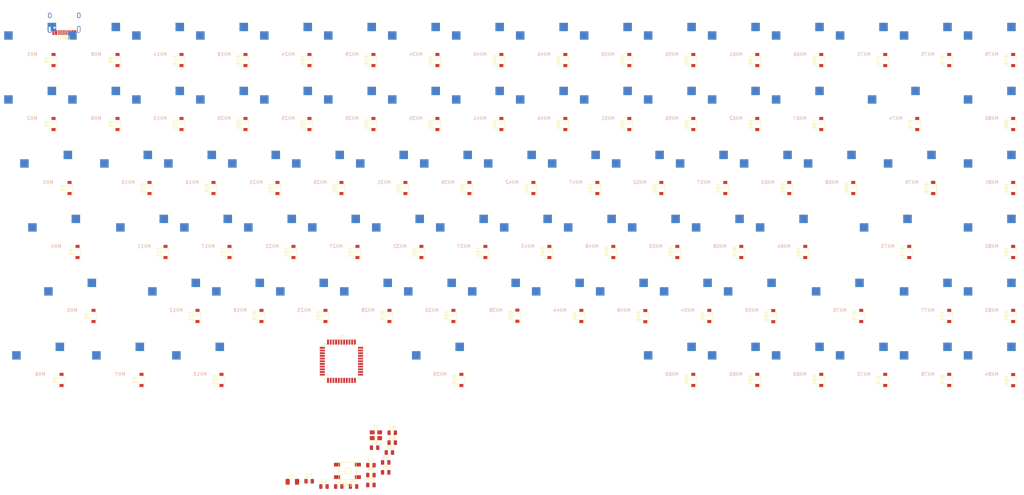
<source format=kicad_pcb>
(kicad_pcb (version 20171130) (host pcbnew 5.1.5-52549c5~84~ubuntu19.10.1)
  (layers (0 F.Cu signal) (31 B.Cu signal) (34 B.Paste user) (35 F.Paste user) (36 B.SilkS user) (37 F.SilkS user) (38 B.Mask user) (39 F.Mask user) (44 Edge.Cuts user))
  (net 0 "")
  (net 1 GND)
  (net 2 +5V)
  (net 3 "Net-(C2-Pad1)")
  (net 4 "Net-(C5-Pad1)")
  (net 5 "Net-(C6-Pad1)")
  (net 6 "Net-(D1-Pad2)")
  (net 7 ROW0)
  (net 8 "Net-(D2-Pad2)")
  (net 9 COL12)
  (net 10 "Net-(D3-Pad2)")
  (net 11 ROW2)
  (net 12 "Net-(D4-Pad2)")
  (net 13 ROW3)
  (net 14 "Net-(D5-Pad2)")
  (net 15 ROW4)
  (net 16 "Net-(D6-Pad2)")
  (net 17 ROW5)
  (net 18 "Net-(D7-Pad2)")
  (net 19 "Net-(D8-Pad2)")
  (net 20 "Net-(D9-Pad2)")
  (net 21 "Net-(D10-Pad2)")
  (net 22 "Net-(D11-Pad2)")
  (net 23 "Net-(D12-Pad2)")
  (net 24 "Net-(D13-Pad2)")
  (net 25 "Net-(D14-Pad2)")
  (net 26 "Net-(D15-Pad2)")
  (net 27 "Net-(D16-Pad2)")
  (net 28 "Net-(D17-Pad2)")
  (net 29 "Net-(D18-Pad2)")
  (net 30 "Net-(D19-Pad2)")
  (net 31 "Net-(D20-Pad2)")
  (net 32 "Net-(D21-Pad2)")
  (net 33 "Net-(D22-Pad2)")
  (net 34 "Net-(D23-Pad2)")
  (net 35 "Net-(D24-Pad2)")
  (net 36 "Net-(D25-Pad2)")
  (net 37 "Net-(D26-Pad2)")
  (net 38 "Net-(D27-Pad2)")
  (net 39 "Net-(D28-Pad2)")
  (net 40 "Net-(D29-Pad2)")
  (net 41 "Net-(D30-Pad2)")
  (net 42 "Net-(D31-Pad2)")
  (net 43 "Net-(D32-Pad2)")
  (net 44 "Net-(D33-Pad2)")
  (net 45 "Net-(D34-Pad2)")
  (net 46 "Net-(D35-Pad2)")
  (net 47 "Net-(D36-Pad2)")
  (net 48 "Net-(D37-Pad2)")
  (net 49 "Net-(D38-Pad2)")
  (net 50 "Net-(D39-Pad2)")
  (net 51 "Net-(D40-Pad2)")
  (net 52 "Net-(D41-Pad2)")
  (net 53 "Net-(D42-Pad2)")
  (net 54 "Net-(D43-Pad2)")
  (net 55 "Net-(D44-Pad2)")
  (net 56 "Net-(D45-Pad2)")
  (net 57 "Net-(D46-Pad2)")
  (net 58 "Net-(D47-Pad2)")
  (net 59 "Net-(D48-Pad2)")
  (net 60 "Net-(D49-Pad2)")
  (net 61 "Net-(D50-Pad2)")
  (net 62 "Net-(D51-Pad2)")
  (net 63 "Net-(D52-Pad2)")
  (net 64 "Net-(D53-Pad2)")
  (net 65 "Net-(D54-Pad2)")
  (net 66 "Net-(D55-Pad2)")
  (net 67 "Net-(D56-Pad2)")
  (net 68 "Net-(D57-Pad2)")
  (net 69 "Net-(D58-Pad2)")
  (net 70 "Net-(D59-Pad2)")
  (net 71 "Net-(D60-Pad2)")
  (net 72 "Net-(D61-Pad2)")
  (net 73 "Net-(D62-Pad2)")
  (net 74 "Net-(D63-Pad2)")
  (net 75 "Net-(D64-Pad2)")
  (net 76 "Net-(D65-Pad2)")
  (net 77 "Net-(D66-Pad2)")
  (net 78 "Net-(D67-Pad2)")
  (net 79 "Net-(D68-Pad2)")
  (net 80 "Net-(D69-Pad2)")
  (net 81 "Net-(D70-Pad2)")
  (net 82 "Net-(D71-Pad2)")
  (net 83 "Net-(D72-Pad2)")
  (net 84 "Net-(D73-Pad2)")
  (net 85 "Net-(D74-Pad2)")
  (net 86 "Net-(D75-Pad2)")
  (net 87 "Net-(D76-Pad2)")
  (net 88 "Net-(D77-Pad2)")
  (net 89 "Net-(D78-Pad2)")
  (net 90 "Net-(D79-Pad2)")
  (net 91 "Net-(D80-Pad2)")
  (net 92 "Net-(D81-Pad2)")
  (net 93 "Net-(D82-Pad2)")
  (net 94 "Net-(D83-Pad2)")
  (net 95 "Net-(D84-Pad2)")
  (net 96 VCC)
  (net 97 COL0)
  (net 98 COL1)
  (net 99 COL2)
  (net 100 COL3)
  (net 101 COL4)
  (net 102 COL5)
  (net 103 COL6)
  (net 104 COL7)
  (net 105 COL8)
  (net 106 COL9)
  (net 107 COL10)
  (net 108 COL11)
  (net 109 COL13)
  (net 110 COL14)
  (net 111 "Net-(R1-Pad2)")
  (net 112 "Net-(R2-Pad2)")
  (net 113 D-)
  (net 114 "Net-(R3-Pad1)")
  (net 115 D+)
  (net 116 "Net-(R4-Pad1)")
  (net 117 "Net-(R5-Pad1)")
  (net 118 "Net-(R6-Pad2)")
  (net 119 "Net-(U1-Pad42)")
  (net 120 "Net-(U1-Pad36)")
  (net 121 "Net-(U1-Pad32)")
  (net 122 "Net-(U1-Pad31)")
  (net 123 "Net-(U1-Pad1)")
  (net 124 "Net-(USB1-Pad3)")
  (net 125 "Net-(USB1-Pad9)")
  (net 126 COL15)
  (net 127 "Net-(D11-Pad1)")
  (net 128 ROW1)
  (module Diode_SMD:D_SOD-123 (layer F.Cu) (at 288.925 53.975 90)
    (fp_text reference D74 (at 0 -2 90) (layer F.SilkS))
    (fp_text value D_Small)
    (pad 2 smd rect (at 1.65 0 90) (size 0.9 1.2) (layers F.Cu F.Paste F.Mask) (net 85 "Net-(D74-Pad2)"))
    (pad 1 smd rect (at -1.65 0 90) (size 0.9 1.2) (layers F.Cu F.Paste F.Mask) (net 128 ROW1))
  )
  (module Diode_SMD:D_SOD-123 (layer F.Cu) (at 293.6875 73.025 90)
    (fp_text reference D76 (at 0 -2 90) (layer F.SilkS))
    (fp_text value D_Small)
    (pad 1 smd rect (at -1.65 0 90) (size 0.9 1.2) (layers F.Cu F.Paste F.Mask) (net 11 ROW2))
    (pad 2 smd rect (at 1.65 0 90) (size 0.9 1.2) (layers F.Cu F.Paste F.Mask) (net 87 "Net-(D76-Pad2)"))
  )
  (module Crystal:Crystal_SMD_3225-4Pin_3.2x2.5mm (layer F.Cu) (at 127.76125 146.655)
    (fp_text reference Y1 (at 0 -2.45) (layer F.SilkS))
    (fp_text value 16MHz)
    (pad 4 smd rect (at -1.1 -0.85) (size 1.4 1.2) (layers F.Cu F.Paste F.Mask) (net 1 GND))
    (pad 3 smd rect (at 1.1 -0.85) (size 1.4 1.2) (layers F.Cu F.Paste F.Mask) (net 5 "Net-(C6-Pad1)"))
    (pad 2 smd rect (at 1.1 0.85) (size 1.4 1.2) (layers F.Cu F.Paste F.Mask) (net 1 GND))
    (pad 1 smd rect (at -1.1 0.85) (size 1.4 1.2) (layers F.Cu F.Paste F.Mask) (net 4 "Net-(C5-Pad1)"))
  )
  (module Type-C:HRO-TYPE-C-31-M-12 (layer F.Cu) (at 34.925 19.05 180)
    (fp_text reference USB1 (at 0 -9.25) (layer F.SilkS))
    (fp_text value HRO-TYPE-C-31-M-12)
    (pad 12 smd rect (at 3.225 -7.695 180) (size 0.6 1.45) (layers F.Cu F.Paste F.Mask) (net 1 GND))
    (pad 1 smd rect (at -3.225 -7.695 180) (size 0.6 1.45) (layers F.Cu F.Paste F.Mask) (net 1 GND))
    (pad 11 smd rect (at 2.45 -7.695 180) (size 0.6 1.45) (layers F.Cu F.Paste F.Mask) (net 96 VCC))
    (pad 2 smd rect (at -2.45 -7.695 180) (size 0.6 1.45) (layers F.Cu F.Paste F.Mask) (net 96 VCC))
    (pad 3 smd rect (at -1.75 -7.695 180) (size 0.3 1.45) (layers F.Cu F.Paste F.Mask) (net 124 "Net-(USB1-Pad3)"))
    (pad 10 smd rect (at 1.75 -7.695 180) (size 0.3 1.45) (layers F.Cu F.Paste F.Mask) (net 111 "Net-(R1-Pad2)"))
    (pad 4 smd rect (at -1.25 -7.695 180) (size 0.3 1.45) (layers F.Cu F.Paste F.Mask) (net 112 "Net-(R2-Pad2)"))
    (pad 9 smd rect (at 1.25 -7.695 180) (size 0.3 1.45) (layers F.Cu F.Paste F.Mask) (net 125 "Net-(USB1-Pad9)"))
    (pad 5 smd rect (at -0.75 -7.695 180) (size 0.3 1.45) (layers F.Cu F.Paste F.Mask) (net 113 D-))
    (pad 8 smd rect (at 0.75 -7.695 180) (size 0.3 1.45) (layers F.Cu F.Paste F.Mask) (net 115 D+))
    (pad 7 smd rect (at 0.25 -7.695 180) (size 0.3 1.45) (layers F.Cu F.Paste F.Mask) (net 113 D-))
    (pad 6 smd rect (at -0.25 -7.695 180) (size 0.3 1.45) (layers F.Cu F.Paste F.Mask) (net 115 D+))
    (pad "" np_thru_hole circle (at 2.89 -6.25 180) (size 0.65 0.65) (drill 0.65) (layers *.Cu *.Mask))
    (pad "" np_thru_hole circle (at -2.89 -6.25 180) (size 0.65 0.65) (drill 0.65) (layers *.Cu *.Mask))
    (pad 13 thru_hole oval (at -4.32 -6.78 180) (size 1 2.1) (drill oval 0.6 1.7) (layers *.Cu B.Mask) (net 1 GND))
    (pad 13 thru_hole oval (at 4.32 -6.78 180) (size 1 2.1) (drill oval 0.6 1.7) (layers *.Cu B.Mask) (net 1 GND))
    (pad 13 thru_hole oval (at -4.32 -2.6 180) (size 1 1.6) (drill oval 0.6 1.2) (layers *.Cu B.Mask) (net 1 GND))
    (pad 13 thru_hole oval (at 4.32 -2.6 180) (size 1 1.6) (drill oval 0.6 1.2) (layers *.Cu B.Mask) (net 1 GND))
  )
  (module Package_QFP:TQFP-44_10x10mm_P0.8mm (layer F.Cu) (at 117.475 124.61875)
    (fp_text reference U1 (at 0 -7.45) (layer F.SilkS))
    (fp_text value ATmega32U4-AU)
    (pad 44 smd rect (at -4 -5.7 90) (size 1.5 0.55) (layers F.Cu F.Paste F.Mask) (net 2 +5V))
    (pad 43 smd rect (at -3.2 -5.7 90) (size 1.5 0.55) (layers F.Cu F.Paste F.Mask) (net 1 GND))
    (pad 42 smd rect (at -2.4 -5.7 90) (size 1.5 0.55) (layers F.Cu F.Paste F.Mask) (net 119 "Net-(U1-Pad42)"))
    (pad 41 smd rect (at -1.6 -5.7 90) (size 1.5 0.55) (layers F.Cu F.Paste F.Mask) (net 7 ROW0))
    (pad 40 smd rect (at -0.8 -5.7 90) (size 1.5 0.55) (layers F.Cu F.Paste F.Mask) (net 128 ROW1))
    (pad 39 smd rect (at 0 -5.7 90) (size 1.5 0.55) (layers F.Cu F.Paste F.Mask) (net 11 ROW2))
    (pad 38 smd rect (at 0.8 -5.7 90) (size 1.5 0.55) (layers F.Cu F.Paste F.Mask) (net 13 ROW3))
    (pad 37 smd rect (at 1.6 -5.7 90) (size 1.5 0.55) (layers F.Cu F.Paste F.Mask) (net 15 ROW4))
    (pad 36 smd rect (at 2.4 -5.7 90) (size 1.5 0.55) (layers F.Cu F.Paste F.Mask) (net 120 "Net-(U1-Pad36)"))
    (pad 35 smd rect (at 3.2 -5.7 90) (size 1.5 0.55) (layers F.Cu F.Paste F.Mask) (net 1 GND))
    (pad 34 smd rect (at 4 -5.7 90) (size 1.5 0.55) (layers F.Cu F.Paste F.Mask) (net 2 +5V))
    (pad 33 smd rect (at 5.7 -4) (size 1.5 0.55) (layers F.Cu F.Paste F.Mask) (net 118 "Net-(R6-Pad2)"))
    (pad 32 smd rect (at 5.7 -3.2) (size 1.5 0.55) (layers F.Cu F.Paste F.Mask) (net 121 "Net-(U1-Pad32)"))
    (pad 31 smd rect (at 5.7 -2.4) (size 1.5 0.55) (layers F.Cu F.Paste F.Mask) (net 122 "Net-(U1-Pad31)"))
    (pad 30 smd rect (at 5.7 -1.6) (size 1.5 0.55) (layers F.Cu F.Paste F.Mask) (net 103 COL6))
    (pad 29 smd rect (at 5.7 -0.8) (size 1.5 0.55) (layers F.Cu F.Paste F.Mask) (net 102 COL5))
    (pad 28 smd rect (at 5.7 0) (size 1.5 0.55) (layers F.Cu F.Paste F.Mask) (net 101 COL4))
    (pad 27 smd rect (at 5.7 0.8) (size 1.5 0.55) (layers F.Cu F.Paste F.Mask) (net 126 COL15))
    (pad 26 smd rect (at 5.7 1.6) (size 1.5 0.55) (layers F.Cu F.Paste F.Mask) (net 110 COL14))
    (pad 25 smd rect (at 5.7 2.4) (size 1.5 0.55) (layers F.Cu F.Paste F.Mask) (net 9 COL12))
    (pad 24 smd rect (at 5.7 3.2) (size 1.5 0.55) (layers F.Cu F.Paste F.Mask) (net 2 +5V))
    (pad 23 smd rect (at 5.7 4) (size 1.5 0.55) (layers F.Cu F.Paste F.Mask) (net 1 GND))
    (pad 22 smd rect (at 4 5.7 90) (size 1.5 0.55) (layers F.Cu F.Paste F.Mask) (net 109 COL13))
    (pad 21 smd rect (at 3.2 5.7 90) (size 1.5 0.55) (layers F.Cu F.Paste F.Mask) (net 108 COL11))
    (pad 20 smd rect (at 2.4 5.7 90) (size 1.5 0.55) (layers F.Cu F.Paste F.Mask) (net 107 COL10))
    (pad 19 smd rect (at 1.6 5.7 90) (size 1.5 0.55) (layers F.Cu F.Paste F.Mask) (net 106 COL9))
    (pad 18 smd rect (at 0.8 5.7 90) (size 1.5 0.55) (layers F.Cu F.Paste F.Mask) (net 105 COL8))
    (pad 17 smd rect (at 0 5.7 90) (size 1.5 0.55) (layers F.Cu F.Paste F.Mask) (net 4 "Net-(C5-Pad1)"))
    (pad 16 smd rect (at -0.8 5.7 90) (size 1.5 0.55) (layers F.Cu F.Paste F.Mask) (net 5 "Net-(C6-Pad1)"))
    (pad 15 smd rect (at -1.6 5.7 90) (size 1.5 0.55) (layers F.Cu F.Paste F.Mask) (net 1 GND))
    (pad 14 smd rect (at -2.4 5.7 90) (size 1.5 0.55) (layers F.Cu F.Paste F.Mask) (net 2 +5V))
    (pad 13 smd rect (at -3.2 5.7 90) (size 1.5 0.55) (layers F.Cu F.Paste F.Mask) (net 117 "Net-(R5-Pad1)"))
    (pad 12 smd rect (at -4 5.7 90) (size 1.5 0.55) (layers F.Cu F.Paste F.Mask) (net 104 COL7))
    (pad 11 smd rect (at -5.7 4) (size 1.5 0.55) (layers F.Cu F.Paste F.Mask) (net 100 COL3))
    (pad 10 smd rect (at -5.7 3.2) (size 1.5 0.55) (layers F.Cu F.Paste F.Mask) (net 99 COL2))
    (pad 9 smd rect (at -5.7 2.4) (size 1.5 0.55) (layers F.Cu F.Paste F.Mask) (net 98 COL1))
    (pad 8 smd rect (at -5.7 1.6) (size 1.5 0.55) (layers F.Cu F.Paste F.Mask) (net 97 COL0))
    (pad 7 smd rect (at -5.7 0.8) (size 1.5 0.55) (layers F.Cu F.Paste F.Mask) (net 2 +5V))
    (pad 6 smd rect (at -5.7 0) (size 1.5 0.55) (layers F.Cu F.Paste F.Mask) (net 3 "Net-(C2-Pad1)"))
    (pad 5 smd rect (at -5.7 -0.8) (size 1.5 0.55) (layers F.Cu F.Paste F.Mask) (net 1 GND))
    (pad 4 smd rect (at -5.7 -1.6) (size 1.5 0.55) (layers F.Cu F.Paste F.Mask) (net 116 "Net-(R4-Pad1)"))
    (pad 3 smd rect (at -5.7 -2.4) (size 1.5 0.55) (layers F.Cu F.Paste F.Mask) (net 114 "Net-(R3-Pad1)"))
    (pad 2 smd rect (at -5.7 -3.2) (size 1.5 0.55) (layers F.Cu F.Paste F.Mask) (net 2 +5V))
    (pad 1 smd rect (at -5.7 -4) (size 1.5 0.55) (layers F.Cu F.Paste F.Mask) (net 123 "Net-(U1-Pad1)"))
  )
  (module random-keyboard-parts:SKQG-1155865 (layer F.Cu) (at 119.27125 157.275)
    (fp_text reference SW1 (at 0 4.064) (layer F.SilkS))
    (fp_text value SW_Push)
    (pad 4 smd rect (at -3.1 1.85) (size 1.8 1.1) (layers F.Cu F.Paste F.Mask))
    (pad 3 smd rect (at 3.1 -1.85) (size 1.8 1.1) (layers F.Cu F.Paste F.Mask))
    (pad 2 smd rect (at -3.1 -1.85) (size 1.8 1.1) (layers F.Cu F.Paste F.Mask) (net 117 "Net-(R5-Pad1)"))
    (pad 1 smd rect (at 3.1 1.85) (size 1.8 1.1) (layers F.Cu F.Paste F.Mask) (net 1 GND))
  )
  (module Resistor_SMD:R_0805_2012Metric (layer F.Cu) (at 130.66125 157.705)
    (fp_text reference R6 (at 0 -1.65) (layer F.SilkS))
    (fp_text value 10k)
    (pad 2 smd roundrect (at 0.9375 0) (size 0.975 1.4) (layers F.Cu F.Paste F.Mask) (net 118 "Net-(R6-Pad2)"))
    (pad 1 smd roundrect (at -0.9375 0) (size 0.975 1.4) (layers F.Cu F.Paste F.Mask) (net 1 GND))
  )
  (module Resistor_SMD:R_0805_2012Metric (layer F.Cu) (at 126.25125 161.475)
    (fp_text reference R5 (at 0 -1.65) (layer F.SilkS))
    (fp_text value 10k)
    (pad 2 smd roundrect (at 0.9375 0) (size 0.975 1.4) (layers F.Cu F.Paste F.Mask) (net 2 +5V))
    (pad 1 smd roundrect (at -0.9375 0) (size 0.975 1.4) (layers F.Cu F.Paste F.Mask) (net 117 "Net-(R5-Pad1)"))
  )
  (module Resistor_SMD:R_0805_2012Metric (layer F.Cu) (at 130.66125 154.755)
    (fp_text reference R4 (at 0 -1.65) (layer F.SilkS))
    (fp_text value 22)
    (pad 2 smd roundrect (at 0.9375 0) (size 0.975 1.4) (layers F.Cu F.Paste F.Mask) (net 115 D+))
    (pad 1 smd roundrect (at -0.9375 0) (size 0.975 1.4) (layers F.Cu F.Paste F.Mask) (net 116 "Net-(R4-Pad1)"))
  )
  (module Resistor_SMD:R_0805_2012Metric (layer F.Cu) (at 131.75125 151.805)
    (fp_text reference R3 (at 0 -1.65) (layer F.SilkS))
    (fp_text value 22)
    (pad 2 smd roundrect (at 0.9375 0) (size 0.975 1.4) (layers F.Cu F.Paste F.Mask) (net 113 D-))
    (pad 1 smd roundrect (at -0.9375 0) (size 0.975 1.4) (layers F.Cu F.Paste F.Mask) (net 114 "Net-(R3-Pad1)"))
  )
  (module Resistor_SMD:R_0805_2012Metric (layer F.Cu) (at 121.09125 161.925)
    (fp_text reference R2 (at 0 -1.65) (layer F.SilkS))
    (fp_text value 5.1k)
    (pad 2 smd roundrect (at 0.9375 0) (size 0.975 1.4) (layers F.Cu F.Paste F.Mask) (net 112 "Net-(R2-Pad2)"))
    (pad 1 smd roundrect (at -0.9375 0) (size 0.975 1.4) (layers F.Cu F.Paste F.Mask) (net 1 GND))
  )
  (module Resistor_SMD:R_0805_2012Metric (layer F.Cu) (at 126.25125 158.525)
    (fp_text reference R1 (at 0 -1.65) (layer F.SilkS))
    (fp_text value 5.1k)
    (pad 2 smd roundrect (at 0.9375 0) (size 0.975 1.4) (layers F.Cu F.Paste F.Mask) (net 111 "Net-(R1-Pad2)"))
    (pad 1 smd roundrect (at -0.9375 0) (size 0.975 1.4) (layers F.Cu F.Paste F.Mask) (net 1 GND))
  )
  (module MX_Only:MXOnly-1U-Hotswap (layer F.Cu) (at 311.15 125.4125)
    (fp_text reference MX84)
    (fp_text value MX-NoLED)
    (fp_text user %R (at 0 3.048) (layer B.SilkS) (effects (justify mirror)))
    (pad 2 smd rect (at 5.842 -5.08) (size 2.55 2.5) (layers B.Cu B.Paste B.Mask) (net 95 "Net-(D84-Pad2)"))
    (pad 1 smd rect (at -7.085 -2.54) (size 2.55 2.5) (layers B.Cu B.Paste B.Mask) (net 126 COL15))
    (pad "" np_thru_hole circle (at 5.08 0 48.0996) (size 1.75 1.75) (drill 1.75) (layers *.Cu *.Mask))
    (pad "" np_thru_hole circle (at -5.08 0 48.0996) (size 1.75 1.75) (drill 1.75) (layers *.Cu *.Mask))
    (pad "" np_thru_hole circle (at -3.81 -2.54) (size 3 3) (drill 3) (layers *.Cu *.Mask))
    (pad "" np_thru_hole circle (at 0 0) (size 3.9878 3.9878) (drill 3.9878) (layers *.Cu *.Mask))
    (pad "" np_thru_hole circle (at 2.54 -5.08) (size 3 3) (drill 3) (layers *.Cu *.Mask))
  )
  (module MX_Only:MXOnly-1U-Hotswap (layer F.Cu) (at 311.15 106.3625)
    (fp_text reference MX83)
    (fp_text value MX-NoLED)
    (fp_text user %R (at 0 3.048) (layer B.SilkS) (effects (justify mirror)))
    (pad 2 smd rect (at 5.842 -5.08) (size 2.55 2.5) (layers B.Cu B.Paste B.Mask) (net 94 "Net-(D83-Pad2)"))
    (pad 1 smd rect (at -7.085 -2.54) (size 2.55 2.5) (layers B.Cu B.Paste B.Mask) (net 126 COL15))
    (pad "" np_thru_hole circle (at 5.08 0 48.0996) (size 1.75 1.75) (drill 1.75) (layers *.Cu *.Mask))
    (pad "" np_thru_hole circle (at -5.08 0 48.0996) (size 1.75 1.75) (drill 1.75) (layers *.Cu *.Mask))
    (pad "" np_thru_hole circle (at -3.81 -2.54) (size 3 3) (drill 3) (layers *.Cu *.Mask))
    (pad "" np_thru_hole circle (at 0 0) (size 3.9878 3.9878) (drill 3.9878) (layers *.Cu *.Mask))
    (pad "" np_thru_hole circle (at 2.54 -5.08) (size 3 3) (drill 3) (layers *.Cu *.Mask))
  )
  (module MX_Only:MXOnly-1U-Hotswap (layer F.Cu) (at 311.15 87.3125)
    (fp_text reference MX82)
    (fp_text value MX-NoLED)
    (fp_text user %R (at 0 3.048) (layer B.SilkS) (effects (justify mirror)))
    (pad 2 smd rect (at 5.842 -5.08) (size 2.55 2.5) (layers B.Cu B.Paste B.Mask) (net 93 "Net-(D82-Pad2)"))
    (pad 1 smd rect (at -7.085 -2.54) (size 2.55 2.5) (layers B.Cu B.Paste B.Mask) (net 126 COL15))
    (pad "" np_thru_hole circle (at 5.08 0 48.0996) (size 1.75 1.75) (drill 1.75) (layers *.Cu *.Mask))
    (pad "" np_thru_hole circle (at -5.08 0 48.0996) (size 1.75 1.75) (drill 1.75) (layers *.Cu *.Mask))
    (pad "" np_thru_hole circle (at -3.81 -2.54) (size 3 3) (drill 3) (layers *.Cu *.Mask))
    (pad "" np_thru_hole circle (at 0 0) (size 3.9878 3.9878) (drill 3.9878) (layers *.Cu *.Mask))
    (pad "" np_thru_hole circle (at 2.54 -5.08) (size 3 3) (drill 3) (layers *.Cu *.Mask))
  )
  (module MX_Only:MXOnly-1U-Hotswap (layer F.Cu) (at 311.15 68.2625)
    (fp_text reference MX81)
    (fp_text value MX-NoLED)
    (fp_text user %R (at 0 3.048) (layer B.SilkS) (effects (justify mirror)))
    (pad 2 smd rect (at 5.842 -5.08) (size 2.55 2.5) (layers B.Cu B.Paste B.Mask) (net 92 "Net-(D81-Pad2)"))
    (pad 1 smd rect (at -7.085 -2.54) (size 2.55 2.5) (layers B.Cu B.Paste B.Mask) (net 126 COL15))
    (pad "" np_thru_hole circle (at 5.08 0 48.0996) (size 1.75 1.75) (drill 1.75) (layers *.Cu *.Mask))
    (pad "" np_thru_hole circle (at -5.08 0 48.0996) (size 1.75 1.75) (drill 1.75) (layers *.Cu *.Mask))
    (pad "" np_thru_hole circle (at -3.81 -2.54) (size 3 3) (drill 3) (layers *.Cu *.Mask))
    (pad "" np_thru_hole circle (at 0 0) (size 3.9878 3.9878) (drill 3.9878) (layers *.Cu *.Mask))
    (pad "" np_thru_hole circle (at 2.54 -5.08) (size 3 3) (drill 3) (layers *.Cu *.Mask))
  )
  (module MX_Only:MXOnly-1U-Hotswap (layer F.Cu) (at 311.15 49.2125)
    (fp_text reference MX80)
    (fp_text value MX-NoLED)
    (fp_text user %R (at 0 3.048) (layer B.SilkS) (effects (justify mirror)))
    (pad 2 smd rect (at 5.842 -5.08) (size 2.55 2.5) (layers B.Cu B.Paste B.Mask) (net 91 "Net-(D80-Pad2)"))
    (pad 1 smd rect (at -7.085 -2.54) (size 2.55 2.5) (layers B.Cu B.Paste B.Mask) (net 126 COL15))
    (pad "" np_thru_hole circle (at 5.08 0 48.0996) (size 1.75 1.75) (drill 1.75) (layers *.Cu *.Mask))
    (pad "" np_thru_hole circle (at -5.08 0 48.0996) (size 1.75 1.75) (drill 1.75) (layers *.Cu *.Mask))
    (pad "" np_thru_hole circle (at -3.81 -2.54) (size 3 3) (drill 3) (layers *.Cu *.Mask))
    (pad "" np_thru_hole circle (at 0 0) (size 3.9878 3.9878) (drill 3.9878) (layers *.Cu *.Mask))
    (pad "" np_thru_hole circle (at 2.54 -5.08) (size 3 3) (drill 3) (layers *.Cu *.Mask))
  )
  (module MX_Only:MXOnly-1U-Hotswap (layer F.Cu) (at 311.15 30.1625)
    (fp_text reference MX79)
    (fp_text value MX-NoLED)
    (fp_text user %R (at 0 3.048) (layer B.SilkS) (effects (justify mirror)))
    (pad 2 smd rect (at 5.842 -5.08) (size 2.55 2.5) (layers B.Cu B.Paste B.Mask) (net 90 "Net-(D79-Pad2)"))
    (pad 1 smd rect (at -7.085 -2.54) (size 2.55 2.5) (layers B.Cu B.Paste B.Mask) (net 126 COL15))
    (pad "" np_thru_hole circle (at 5.08 0 48.0996) (size 1.75 1.75) (drill 1.75) (layers *.Cu *.Mask))
    (pad "" np_thru_hole circle (at -5.08 0 48.0996) (size 1.75 1.75) (drill 1.75) (layers *.Cu *.Mask))
    (pad "" np_thru_hole circle (at -3.81 -2.54) (size 3 3) (drill 3) (layers *.Cu *.Mask))
    (pad "" np_thru_hole circle (at 0 0) (size 3.9878 3.9878) (drill 3.9878) (layers *.Cu *.Mask))
    (pad "" np_thru_hole circle (at 2.54 -5.08) (size 3 3) (drill 3) (layers *.Cu *.Mask))
  )
  (module MX_Only:MXOnly-1U-Hotswap (layer F.Cu) (at 292.1 125.4125)
    (fp_text reference MX78)
    (fp_text value MX-NoLED)
    (fp_text user %R (at 0 3.048) (layer B.SilkS) (effects (justify mirror)))
    (pad 2 smd rect (at 5.842 -5.08) (size 2.55 2.5) (layers B.Cu B.Paste B.Mask) (net 89 "Net-(D78-Pad2)"))
    (pad 1 smd rect (at -7.085 -2.54) (size 2.55 2.5) (layers B.Cu B.Paste B.Mask) (net 110 COL14))
    (pad "" np_thru_hole circle (at 5.08 0 48.0996) (size 1.75 1.75) (drill 1.75) (layers *.Cu *.Mask))
    (pad "" np_thru_hole circle (at -5.08 0 48.0996) (size 1.75 1.75) (drill 1.75) (layers *.Cu *.Mask))
    (pad "" np_thru_hole circle (at -3.81 -2.54) (size 3 3) (drill 3) (layers *.Cu *.Mask))
    (pad "" np_thru_hole circle (at 0 0) (size 3.9878 3.9878) (drill 3.9878) (layers *.Cu *.Mask))
    (pad "" np_thru_hole circle (at 2.54 -5.08) (size 3 3) (drill 3) (layers *.Cu *.Mask))
  )
  (module MX_Only:MXOnly-1U-Hotswap (layer F.Cu) (at 292.1 106.3625)
    (fp_text reference MX77)
    (fp_text value MX-NoLED)
    (fp_text user %R (at 0 3.048) (layer B.SilkS) (effects (justify mirror)))
    (pad 2 smd rect (at 5.842 -5.08) (size 2.55 2.5) (layers B.Cu B.Paste B.Mask) (net 88 "Net-(D77-Pad2)"))
    (pad 1 smd rect (at -7.085 -2.54) (size 2.55 2.5) (layers B.Cu B.Paste B.Mask) (net 110 COL14))
    (pad "" np_thru_hole circle (at 5.08 0 48.0996) (size 1.75 1.75) (drill 1.75) (layers *.Cu *.Mask))
    (pad "" np_thru_hole circle (at -5.08 0 48.0996) (size 1.75 1.75) (drill 1.75) (layers *.Cu *.Mask))
    (pad "" np_thru_hole circle (at -3.81 -2.54) (size 3 3) (drill 3) (layers *.Cu *.Mask))
    (pad "" np_thru_hole circle (at 0 0) (size 3.9878 3.9878) (drill 3.9878) (layers *.Cu *.Mask))
    (pad "" np_thru_hole circle (at 2.54 -5.08) (size 3 3) (drill 3) (layers *.Cu *.Mask))
  )
  (module MX_Only:MXOnly-1.5U-Hotswap (layer F.Cu) (at 287.3375 68.2625)
    (fp_text reference MX76)
    (fp_text value MX-NoLED)
    (fp_text user %R (at 0 3.048) (layer B.SilkS) (effects (justify mirror)))
    (pad 2 smd rect (at 5.842 -5.08) (size 2.55 2.5) (layers B.Cu B.Paste B.Mask) (net 87 "Net-(D76-Pad2)"))
    (pad 1 smd rect (at -7.085 -2.54) (size 2.55 2.5) (layers B.Cu B.Paste B.Mask) (net 110 COL14))
    (pad "" np_thru_hole circle (at 5.08 0 48.0996) (size 1.75 1.75) (drill 1.75) (layers *.Cu *.Mask))
    (pad "" np_thru_hole circle (at -5.08 0 48.0996) (size 1.75 1.75) (drill 1.75) (layers *.Cu *.Mask))
    (pad "" np_thru_hole circle (at -3.81 -2.54) (size 3 3) (drill 3) (layers *.Cu *.Mask))
    (pad "" np_thru_hole circle (at 0 0) (size 3.9878 3.9878) (drill 3.9878) (layers *.Cu *.Mask))
    (pad "" np_thru_hole circle (at 2.54 -5.08) (size 3 3) (drill 3) (layers *.Cu *.Mask))
  )
  (module MX_Only:MXOnly-1U-Hotswap (layer F.Cu) (at 292.1 30.1625)
    (fp_text reference MX75)
    (fp_text value MX-NoLED)
    (fp_text user %R (at 0 3.048) (layer B.SilkS) (effects (justify mirror)))
    (pad 2 smd rect (at 5.842 -5.08) (size 2.55 2.5) (layers B.Cu B.Paste B.Mask) (net 86 "Net-(D75-Pad2)"))
    (pad 1 smd rect (at -7.085 -2.54) (size 2.55 2.5) (layers B.Cu B.Paste B.Mask) (net 110 COL14))
    (pad "" np_thru_hole circle (at 5.08 0 48.0996) (size 1.75 1.75) (drill 1.75) (layers *.Cu *.Mask))
    (pad "" np_thru_hole circle (at -5.08 0 48.0996) (size 1.75 1.75) (drill 1.75) (layers *.Cu *.Mask))
    (pad "" np_thru_hole circle (at -3.81 -2.54) (size 3 3) (drill 3) (layers *.Cu *.Mask))
    (pad "" np_thru_hole circle (at 0 0) (size 3.9878 3.9878) (drill 3.9878) (layers *.Cu *.Mask))
    (pad "" np_thru_hole circle (at 2.54 -5.08) (size 3 3) (drill 3) (layers *.Cu *.Mask))
  )
  (module MX_Only:MXOnly-2U-Hotswap (layer F.Cu) (at 282.575 49.2125)
    (fp_text reference MX74)
    (fp_text value MX-NoLED)
    (fp_text user %R (at 0 3.048) (layer B.SilkS) (effects (justify mirror)))
    (pad "" np_thru_hole circle (at -11.938 8.255) (size 3.9878 3.9878) (drill 3.9878) (layers *.Cu *.Mask))
    (pad "" np_thru_hole circle (at 11.938 8.255) (size 3.9878 3.9878) (drill 3.9878) (layers *.Cu *.Mask))
    (pad "" np_thru_hole circle (at -11.938 -6.985) (size 3.048 3.048) (drill 3.048) (layers *.Cu *.Mask))
    (pad "" np_thru_hole circle (at 11.938 -6.985) (size 3.048 3.048) (drill 3.048) (layers *.Cu *.Mask))
    (pad 2 smd rect (at 5.842 -5.08) (size 2.55 2.5) (layers B.Cu B.Paste B.Mask) (net 85 "Net-(D74-Pad2)"))
    (pad 1 smd rect (at -7.085 -2.54) (size 2.55 2.5) (layers B.Cu B.Paste B.Mask) (net 110 COL14))
    (pad "" np_thru_hole circle (at 5.08 0 48.0996) (size 1.75 1.75) (drill 1.75) (layers *.Cu *.Mask))
    (pad "" np_thru_hole circle (at -5.08 0 48.0996) (size 1.75 1.75) (drill 1.75) (layers *.Cu *.Mask))
    (pad "" np_thru_hole circle (at -3.81 -2.54) (size 3 3) (drill 3) (layers *.Cu *.Mask))
    (pad "" np_thru_hole circle (at 0 0) (size 3.9878 3.9878) (drill 3.9878) (layers *.Cu *.Mask))
    (pad "" np_thru_hole circle (at 2.54 -5.08) (size 3 3) (drill 3) (layers *.Cu *.Mask))
  )
  (module MX_Only:MXOnly-2.25U-Hotswap (layer F.Cu) (at 280.19375 87.3125)
    (fp_text reference MX73)
    (fp_text value MX-NoLED)
    (fp_text user %R (at 0 3.048) (layer B.SilkS) (effects (justify mirror)))
    (pad "" np_thru_hole circle (at -11.938 8.255) (size 3.9878 3.9878) (drill 3.9878) (layers *.Cu *.Mask))
    (pad "" np_thru_hole circle (at 11.938 8.255) (size 3.9878 3.9878) (drill 3.9878) (layers *.Cu *.Mask))
    (pad "" np_thru_hole circle (at -11.938 -6.985) (size 3.048 3.048) (drill 3.048) (layers *.Cu *.Mask))
    (pad "" np_thru_hole circle (at 11.938 -6.985) (size 3.048 3.048) (drill 3.048) (layers *.Cu *.Mask))
    (pad 2 smd rect (at 5.842 -5.08) (size 2.55 2.5) (layers B.Cu B.Paste B.Mask) (net 84 "Net-(D73-Pad2)"))
    (pad 1 smd rect (at -7.085 -2.54) (size 2.55 2.5) (layers B.Cu B.Paste B.Mask) (net 110 COL14))
    (pad "" np_thru_hole circle (at 5.08 0 48.0996) (size 1.75 1.75) (drill 1.75) (layers *.Cu *.Mask))
    (pad "" np_thru_hole circle (at -5.08 0 48.0996) (size 1.75 1.75) (drill 1.75) (layers *.Cu *.Mask))
    (pad "" np_thru_hole circle (at -3.81 -2.54) (size 3 3) (drill 3) (layers *.Cu *.Mask))
    (pad "" np_thru_hole circle (at 0 0) (size 3.9878 3.9878) (drill 3.9878) (layers *.Cu *.Mask))
    (pad "" np_thru_hole circle (at 2.54 -5.08) (size 3 3) (drill 3) (layers *.Cu *.Mask))
  )
  (module MX_Only:MXOnly-1U-Hotswap (layer F.Cu) (at 273.05 125.4125)
    (fp_text reference MX72)
    (fp_text value MX-NoLED)
    (fp_text user %R (at 0 3.048) (layer B.SilkS) (effects (justify mirror)))
    (pad 2 smd rect (at 5.842 -5.08) (size 2.55 2.5) (layers B.Cu B.Paste B.Mask) (net 83 "Net-(D72-Pad2)"))
    (pad 1 smd rect (at -7.085 -2.54) (size 2.55 2.5) (layers B.Cu B.Paste B.Mask) (net 109 COL13))
    (pad "" np_thru_hole circle (at 5.08 0 48.0996) (size 1.75 1.75) (drill 1.75) (layers *.Cu *.Mask))
    (pad "" np_thru_hole circle (at -5.08 0 48.0996) (size 1.75 1.75) (drill 1.75) (layers *.Cu *.Mask))
    (pad "" np_thru_hole circle (at -3.81 -2.54) (size 3 3) (drill 3) (layers *.Cu *.Mask))
    (pad "" np_thru_hole circle (at 0 0) (size 3.9878 3.9878) (drill 3.9878) (layers *.Cu *.Mask))
    (pad "" np_thru_hole circle (at 2.54 -5.08) (size 3 3) (drill 3) (layers *.Cu *.Mask))
  )
  (module MX_Only:MXOnly-1U-Hotswap (layer F.Cu) (at 273.05 30.1625)
    (fp_text reference MX71)
    (fp_text value MX-NoLED)
    (fp_text user %R (at 0 3.048) (layer B.SilkS) (effects (justify mirror)))
    (pad 2 smd rect (at 5.842 -5.08) (size 2.55 2.5) (layers B.Cu B.Paste B.Mask) (net 82 "Net-(D71-Pad2)"))
    (pad 1 smd rect (at -7.085 -2.54) (size 2.55 2.5) (layers B.Cu B.Paste B.Mask) (net 109 COL13))
    (pad "" np_thru_hole circle (at 5.08 0 48.0996) (size 1.75 1.75) (drill 1.75) (layers *.Cu *.Mask))
    (pad "" np_thru_hole circle (at -5.08 0 48.0996) (size 1.75 1.75) (drill 1.75) (layers *.Cu *.Mask))
    (pad "" np_thru_hole circle (at -3.81 -2.54) (size 3 3) (drill 3) (layers *.Cu *.Mask))
    (pad "" np_thru_hole circle (at 0 0) (size 3.9878 3.9878) (drill 3.9878) (layers *.Cu *.Mask))
    (pad "" np_thru_hole circle (at 2.54 -5.08) (size 3 3) (drill 3) (layers *.Cu *.Mask))
  )
  (module MX_Only:MXOnly-1.75U-Hotswap (layer F.Cu) (at 265.90625 106.3625)
    (fp_text reference MX70)
    (fp_text value MX-NoLED)
    (fp_text user %R (at 0 3.048) (layer B.SilkS) (effects (justify mirror)))
    (pad 2 smd rect (at 5.842 -5.08) (size 2.55 2.5) (layers B.Cu B.Paste B.Mask) (net 81 "Net-(D70-Pad2)"))
    (pad 1 smd rect (at -7.085 -2.54) (size 2.55 2.5) (layers B.Cu B.Paste B.Mask) (net 109 COL13))
    (pad "" np_thru_hole circle (at 5.08 0 48.0996) (size 1.75 1.75) (drill 1.75) (layers *.Cu *.Mask))
    (pad "" np_thru_hole circle (at -5.08 0 48.0996) (size 1.75 1.75) (drill 1.75) (layers *.Cu *.Mask))
    (pad "" np_thru_hole circle (at -3.81 -2.54) (size 3 3) (drill 3) (layers *.Cu *.Mask))
    (pad "" np_thru_hole circle (at 0 0) (size 3.9878 3.9878) (drill 3.9878) (layers *.Cu *.Mask))
    (pad "" np_thru_hole circle (at 2.54 -5.08) (size 3 3) (drill 3) (layers *.Cu *.Mask))
  )
  (module MX_Only:MXOnly-1U-Hotswap (layer F.Cu) (at 254 125.4125)
    (fp_text reference MX69)
    (fp_text value MX-NoLED)
    (fp_text user %R (at 0 3.048) (layer B.SilkS) (effects (justify mirror)))
    (pad 2 smd rect (at 5.842 -5.08) (size 2.55 2.5) (layers B.Cu B.Paste B.Mask) (net 80 "Net-(D69-Pad2)"))
    (pad 1 smd rect (at -7.085 -2.54) (size 2.55 2.5) (layers B.Cu B.Paste B.Mask) (net 9 COL12))
    (pad "" np_thru_hole circle (at 5.08 0 48.0996) (size 1.75 1.75) (drill 1.75) (layers *.Cu *.Mask))
    (pad "" np_thru_hole circle (at -5.08 0 48.0996) (size 1.75 1.75) (drill 1.75) (layers *.Cu *.Mask))
    (pad "" np_thru_hole circle (at -3.81 -2.54) (size 3 3) (drill 3) (layers *.Cu *.Mask))
    (pad "" np_thru_hole circle (at 0 0) (size 3.9878 3.9878) (drill 3.9878) (layers *.Cu *.Mask))
    (pad "" np_thru_hole circle (at 2.54 -5.08) (size 3 3) (drill 3) (layers *.Cu *.Mask))
  )
  (module MX_Only:MXOnly-1U-Hotswap (layer F.Cu) (at 263.525 68.2625)
    (fp_text reference MX68)
    (fp_text value MX-NoLED)
    (fp_text user %R (at 0 3.048) (layer B.SilkS) (effects (justify mirror)))
    (pad 2 smd rect (at 5.842 -5.08) (size 2.55 2.5) (layers B.Cu B.Paste B.Mask) (net 79 "Net-(D68-Pad2)"))
    (pad 1 smd rect (at -7.085 -2.54) (size 2.55 2.5) (layers B.Cu B.Paste B.Mask) (net 9 COL12))
    (pad "" np_thru_hole circle (at 5.08 0 48.0996) (size 1.75 1.75) (drill 1.75) (layers *.Cu *.Mask))
    (pad "" np_thru_hole circle (at -5.08 0 48.0996) (size 1.75 1.75) (drill 1.75) (layers *.Cu *.Mask))
    (pad "" np_thru_hole circle (at -3.81 -2.54) (size 3 3) (drill 3) (layers *.Cu *.Mask))
    (pad "" np_thru_hole circle (at 0 0) (size 3.9878 3.9878) (drill 3.9878) (layers *.Cu *.Mask))
    (pad "" np_thru_hole circle (at 2.54 -5.08) (size 3 3) (drill 3) (layers *.Cu *.Mask))
  )
  (module MX_Only:MXOnly-1U-Hotswap (layer F.Cu) (at 254 49.2125)
    (fp_text reference MX67)
    (fp_text value MX-NoLED)
    (fp_text user %R (at 0 3.048) (layer B.SilkS) (effects (justify mirror)))
    (pad 2 smd rect (at 5.842 -5.08) (size 2.55 2.5) (layers B.Cu B.Paste B.Mask) (net 78 "Net-(D67-Pad2)"))
    (pad 1 smd rect (at -7.085 -2.54) (size 2.55 2.5) (layers B.Cu B.Paste B.Mask) (net 9 COL12))
    (pad "" np_thru_hole circle (at 5.08 0 48.0996) (size 1.75 1.75) (drill 1.75) (layers *.Cu *.Mask))
    (pad "" np_thru_hole circle (at -5.08 0 48.0996) (size 1.75 1.75) (drill 1.75) (layers *.Cu *.Mask))
    (pad "" np_thru_hole circle (at -3.81 -2.54) (size 3 3) (drill 3) (layers *.Cu *.Mask))
    (pad "" np_thru_hole circle (at 0 0) (size 3.9878 3.9878) (drill 3.9878) (layers *.Cu *.Mask))
    (pad "" np_thru_hole circle (at 2.54 -5.08) (size 3 3) (drill 3) (layers *.Cu *.Mask))
  )
  (module MX_Only:MXOnly-1U-Hotswap (layer F.Cu) (at 254 30.1625)
    (fp_text reference MX66)
    (fp_text value MX-NoLED)
    (fp_text user %R (at 0 3.048) (layer B.SilkS) (effects (justify mirror)))
    (pad 2 smd rect (at 5.842 -5.08) (size 2.55 2.5) (layers B.Cu B.Paste B.Mask) (net 77 "Net-(D66-Pad2)"))
    (pad 1 smd rect (at -7.085 -2.54) (size 2.55 2.5) (layers B.Cu B.Paste B.Mask) (net 9 COL12))
    (pad "" np_thru_hole circle (at 5.08 0 48.0996) (size 1.75 1.75) (drill 1.75) (layers *.Cu *.Mask))
    (pad "" np_thru_hole circle (at -5.08 0 48.0996) (size 1.75 1.75) (drill 1.75) (layers *.Cu *.Mask))
    (pad "" np_thru_hole circle (at -3.81 -2.54) (size 3 3) (drill 3) (layers *.Cu *.Mask))
    (pad "" np_thru_hole circle (at 0 0) (size 3.9878 3.9878) (drill 3.9878) (layers *.Cu *.Mask))
    (pad "" np_thru_hole circle (at 2.54 -5.08) (size 3 3) (drill 3) (layers *.Cu *.Mask))
  )
  (module MX_Only:MXOnly-1U-Hotswap (layer F.Cu) (at 234.95 125.4125)
    (fp_text reference MX65)
    (fp_text value MX-NoLED)
    (fp_text user %R (at 0 3.048) (layer B.SilkS) (effects (justify mirror)))
    (pad 2 smd rect (at 5.842 -5.08) (size 2.55 2.5) (layers B.Cu B.Paste B.Mask) (net 76 "Net-(D65-Pad2)"))
    (pad 1 smd rect (at -7.085 -2.54) (size 2.55 2.5) (layers B.Cu B.Paste B.Mask) (net 108 COL11))
    (pad "" np_thru_hole circle (at 5.08 0 48.0996) (size 1.75 1.75) (drill 1.75) (layers *.Cu *.Mask))
    (pad "" np_thru_hole circle (at -5.08 0 48.0996) (size 1.75 1.75) (drill 1.75) (layers *.Cu *.Mask))
    (pad "" np_thru_hole circle (at -3.81 -2.54) (size 3 3) (drill 3) (layers *.Cu *.Mask))
    (pad "" np_thru_hole circle (at 0 0) (size 3.9878 3.9878) (drill 3.9878) (layers *.Cu *.Mask))
    (pad "" np_thru_hole circle (at 2.54 -5.08) (size 3 3) (drill 3) (layers *.Cu *.Mask))
  )
  (module MX_Only:MXOnly-1U-Hotswap (layer F.Cu) (at 249.2375 87.3125)
    (fp_text reference MX64)
    (fp_text value MX-NoLED)
    (fp_text user %R (at 0 3.048) (layer B.SilkS) (effects (justify mirror)))
    (pad 2 smd rect (at 5.842 -5.08) (size 2.55 2.5) (layers B.Cu B.Paste B.Mask) (net 75 "Net-(D64-Pad2)"))
    (pad 1 smd rect (at -7.085 -2.54) (size 2.55 2.5) (layers B.Cu B.Paste B.Mask) (net 108 COL11))
    (pad "" np_thru_hole circle (at 5.08 0 48.0996) (size 1.75 1.75) (drill 1.75) (layers *.Cu *.Mask))
    (pad "" np_thru_hole circle (at -5.08 0 48.0996) (size 1.75 1.75) (drill 1.75) (layers *.Cu *.Mask))
    (pad "" np_thru_hole circle (at -3.81 -2.54) (size 3 3) (drill 3) (layers *.Cu *.Mask))
    (pad "" np_thru_hole circle (at 0 0) (size 3.9878 3.9878) (drill 3.9878) (layers *.Cu *.Mask))
    (pad "" np_thru_hole circle (at 2.54 -5.08) (size 3 3) (drill 3) (layers *.Cu *.Mask))
  )
  (module MX_Only:MXOnly-1U-Hotswap (layer F.Cu) (at 244.475 68.2625)
    (fp_text reference MX63)
    (fp_text value MX-NoLED)
    (fp_text user %R (at 0 3.048) (layer B.SilkS) (effects (justify mirror)))
    (pad 2 smd rect (at 5.842 -5.08) (size 2.55 2.5) (layers B.Cu B.Paste B.Mask) (net 74 "Net-(D63-Pad2)"))
    (pad 1 smd rect (at -7.085 -2.54) (size 2.55 2.5) (layers B.Cu B.Paste B.Mask) (net 108 COL11))
    (pad "" np_thru_hole circle (at 5.08 0 48.0996) (size 1.75 1.75) (drill 1.75) (layers *.Cu *.Mask))
    (pad "" np_thru_hole circle (at -5.08 0 48.0996) (size 1.75 1.75) (drill 1.75) (layers *.Cu *.Mask))
    (pad "" np_thru_hole circle (at -3.81 -2.54) (size 3 3) (drill 3) (layers *.Cu *.Mask))
    (pad "" np_thru_hole circle (at 0 0) (size 3.9878 3.9878) (drill 3.9878) (layers *.Cu *.Mask))
    (pad "" np_thru_hole circle (at 2.54 -5.08) (size 3 3) (drill 3) (layers *.Cu *.Mask))
  )
  (module MX_Only:MXOnly-1U-Hotswap (layer F.Cu) (at 234.95 49.2125)
    (fp_text reference MX62)
    (fp_text value MX-NoLED)
    (fp_text user %R (at 0 3.048) (layer B.SilkS) (effects (justify mirror)))
    (pad 2 smd rect (at 5.842 -5.08) (size 2.55 2.5) (layers B.Cu B.Paste B.Mask) (net 73 "Net-(D62-Pad2)"))
    (pad 1 smd rect (at -7.085 -2.54) (size 2.55 2.5) (layers B.Cu B.Paste B.Mask) (net 108 COL11))
    (pad "" np_thru_hole circle (at 5.08 0 48.0996) (size 1.75 1.75) (drill 1.75) (layers *.Cu *.Mask))
    (pad "" np_thru_hole circle (at -5.08 0 48.0996) (size 1.75 1.75) (drill 1.75) (layers *.Cu *.Mask))
    (pad "" np_thru_hole circle (at -3.81 -2.54) (size 3 3) (drill 3) (layers *.Cu *.Mask))
    (pad "" np_thru_hole circle (at 0 0) (size 3.9878 3.9878) (drill 3.9878) (layers *.Cu *.Mask))
    (pad "" np_thru_hole circle (at 2.54 -5.08) (size 3 3) (drill 3) (layers *.Cu *.Mask))
  )
  (module MX_Only:MXOnly-1U-Hotswap (layer F.Cu) (at 234.95 30.1625)
    (fp_text reference MX61)
    (fp_text value MX-NoLED)
    (fp_text user %R (at 0 3.048) (layer B.SilkS) (effects (justify mirror)))
    (pad 2 smd rect (at 5.842 -5.08) (size 2.55 2.5) (layers B.Cu B.Paste B.Mask) (net 72 "Net-(D61-Pad2)"))
    (pad 1 smd rect (at -7.085 -2.54) (size 2.55 2.5) (layers B.Cu B.Paste B.Mask) (net 108 COL11))
    (pad "" np_thru_hole circle (at 5.08 0 48.0996) (size 1.75 1.75) (drill 1.75) (layers *.Cu *.Mask))
    (pad "" np_thru_hole circle (at -5.08 0 48.0996) (size 1.75 1.75) (drill 1.75) (layers *.Cu *.Mask))
    (pad "" np_thru_hole circle (at -3.81 -2.54) (size 3 3) (drill 3) (layers *.Cu *.Mask))
    (pad "" np_thru_hole circle (at 0 0) (size 3.9878 3.9878) (drill 3.9878) (layers *.Cu *.Mask))
    (pad "" np_thru_hole circle (at 2.54 -5.08) (size 3 3) (drill 3) (layers *.Cu *.Mask))
  )
  (module MX_Only:MXOnly-1U-Hotswap (layer F.Cu) (at 215.9 125.4125)
    (fp_text reference MX60)
    (fp_text value MX-NoLED)
    (fp_text user %R (at 0 3.048) (layer B.SilkS) (effects (justify mirror)))
    (pad 2 smd rect (at 5.842 -5.08) (size 2.55 2.5) (layers B.Cu B.Paste B.Mask) (net 71 "Net-(D60-Pad2)"))
    (pad 1 smd rect (at -7.085 -2.54) (size 2.55 2.5) (layers B.Cu B.Paste B.Mask) (net 107 COL10))
    (pad "" np_thru_hole circle (at 5.08 0 48.0996) (size 1.75 1.75) (drill 1.75) (layers *.Cu *.Mask))
    (pad "" np_thru_hole circle (at -5.08 0 48.0996) (size 1.75 1.75) (drill 1.75) (layers *.Cu *.Mask))
    (pad "" np_thru_hole circle (at -3.81 -2.54) (size 3 3) (drill 3) (layers *.Cu *.Mask))
    (pad "" np_thru_hole circle (at 0 0) (size 3.9878 3.9878) (drill 3.9878) (layers *.Cu *.Mask))
    (pad "" np_thru_hole circle (at 2.54 -5.08) (size 3 3) (drill 3) (layers *.Cu *.Mask))
  )
  (module MX_Only:MXOnly-1U-Hotswap (layer F.Cu) (at 239.7125 106.3625)
    (fp_text reference MX59)
    (fp_text value MX-NoLED)
    (fp_text user %R (at 0 3.048) (layer B.SilkS) (effects (justify mirror)))
    (pad 2 smd rect (at 5.842 -5.08) (size 2.55 2.5) (layers B.Cu B.Paste B.Mask) (net 70 "Net-(D59-Pad2)"))
    (pad 1 smd rect (at -7.085 -2.54) (size 2.55 2.5) (layers B.Cu B.Paste B.Mask) (net 107 COL10))
    (pad "" np_thru_hole circle (at 5.08 0 48.0996) (size 1.75 1.75) (drill 1.75) (layers *.Cu *.Mask))
    (pad "" np_thru_hole circle (at -5.08 0 48.0996) (size 1.75 1.75) (drill 1.75) (layers *.Cu *.Mask))
    (pad "" np_thru_hole circle (at -3.81 -2.54) (size 3 3) (drill 3) (layers *.Cu *.Mask))
    (pad "" np_thru_hole circle (at 0 0) (size 3.9878 3.9878) (drill 3.9878) (layers *.Cu *.Mask))
    (pad "" np_thru_hole circle (at 2.54 -5.08) (size 3 3) (drill 3) (layers *.Cu *.Mask))
  )
  (module MX_Only:MXOnly-1U-Hotswap (layer F.Cu) (at 230.1875 87.3125)
    (fp_text reference MX58)
    (fp_text value MX-NoLED)
    (fp_text user %R (at 0 3.048) (layer B.SilkS) (effects (justify mirror)))
    (pad 2 smd rect (at 5.842 -5.08) (size 2.55 2.5) (layers B.Cu B.Paste B.Mask) (net 69 "Net-(D58-Pad2)"))
    (pad 1 smd rect (at -7.085 -2.54) (size 2.55 2.5) (layers B.Cu B.Paste B.Mask) (net 107 COL10))
    (pad "" np_thru_hole circle (at 5.08 0 48.0996) (size 1.75 1.75) (drill 1.75) (layers *.Cu *.Mask))
    (pad "" np_thru_hole circle (at -5.08 0 48.0996) (size 1.75 1.75) (drill 1.75) (layers *.Cu *.Mask))
    (pad "" np_thru_hole circle (at -3.81 -2.54) (size 3 3) (drill 3) (layers *.Cu *.Mask))
    (pad "" np_thru_hole circle (at 0 0) (size 3.9878 3.9878) (drill 3.9878) (layers *.Cu *.Mask))
    (pad "" np_thru_hole circle (at 2.54 -5.08) (size 3 3) (drill 3) (layers *.Cu *.Mask))
  )
  (module MX_Only:MXOnly-1U-Hotswap (layer F.Cu) (at 225.425 68.2625)
    (fp_text reference MX57)
    (fp_text value MX-NoLED)
    (fp_text user %R (at 0 3.048) (layer B.SilkS) (effects (justify mirror)))
    (pad 2 smd rect (at 5.842 -5.08) (size 2.55 2.5) (layers B.Cu B.Paste B.Mask) (net 68 "Net-(D57-Pad2)"))
    (pad 1 smd rect (at -7.085 -2.54) (size 2.55 2.5) (layers B.Cu B.Paste B.Mask) (net 107 COL10))
    (pad "" np_thru_hole circle (at 5.08 0 48.0996) (size 1.75 1.75) (drill 1.75) (layers *.Cu *.Mask))
    (pad "" np_thru_hole circle (at -5.08 0 48.0996) (size 1.75 1.75) (drill 1.75) (layers *.Cu *.Mask))
    (pad "" np_thru_hole circle (at -3.81 -2.54) (size 3 3) (drill 3) (layers *.Cu *.Mask))
    (pad "" np_thru_hole circle (at 0 0) (size 3.9878 3.9878) (drill 3.9878) (layers *.Cu *.Mask))
    (pad "" np_thru_hole circle (at 2.54 -5.08) (size 3 3) (drill 3) (layers *.Cu *.Mask))
  )
  (module MX_Only:MXOnly-1U-Hotswap (layer F.Cu) (at 215.9 49.2125)
    (fp_text reference MX56)
    (fp_text value MX-NoLED)
    (fp_text user %R (at 0 3.048) (layer B.SilkS) (effects (justify mirror)))
    (pad 2 smd rect (at 5.842 -5.08) (size 2.55 2.5) (layers B.Cu B.Paste B.Mask) (net 67 "Net-(D56-Pad2)"))
    (pad 1 smd rect (at -7.085 -2.54) (size 2.55 2.5) (layers B.Cu B.Paste B.Mask) (net 107 COL10))
    (pad "" np_thru_hole circle (at 5.08 0 48.0996) (size 1.75 1.75) (drill 1.75) (layers *.Cu *.Mask))
    (pad "" np_thru_hole circle (at -5.08 0 48.0996) (size 1.75 1.75) (drill 1.75) (layers *.Cu *.Mask))
    (pad "" np_thru_hole circle (at -3.81 -2.54) (size 3 3) (drill 3) (layers *.Cu *.Mask))
    (pad "" np_thru_hole circle (at 0 0) (size 3.9878 3.9878) (drill 3.9878) (layers *.Cu *.Mask))
    (pad "" np_thru_hole circle (at 2.54 -5.08) (size 3 3) (drill 3) (layers *.Cu *.Mask))
  )
  (module MX_Only:MXOnly-1U-Hotswap (layer F.Cu) (at 215.9 30.1625)
    (fp_text reference MX55)
    (fp_text value MX-NoLED)
    (fp_text user %R (at 0 3.048) (layer B.SilkS) (effects (justify mirror)))
    (pad 2 smd rect (at 5.842 -5.08) (size 2.55 2.5) (layers B.Cu B.Paste B.Mask) (net 66 "Net-(D55-Pad2)"))
    (pad 1 smd rect (at -7.085 -2.54) (size 2.55 2.5) (layers B.Cu B.Paste B.Mask) (net 107 COL10))
    (pad "" np_thru_hole circle (at 5.08 0 48.0996) (size 1.75 1.75) (drill 1.75) (layers *.Cu *.Mask))
    (pad "" np_thru_hole circle (at -5.08 0 48.0996) (size 1.75 1.75) (drill 1.75) (layers *.Cu *.Mask))
    (pad "" np_thru_hole circle (at -3.81 -2.54) (size 3 3) (drill 3) (layers *.Cu *.Mask))
    (pad "" np_thru_hole circle (at 0 0) (size 3.9878 3.9878) (drill 3.9878) (layers *.Cu *.Mask))
    (pad "" np_thru_hole circle (at 2.54 -5.08) (size 3 3) (drill 3) (layers *.Cu *.Mask))
  )
  (module MX_Only:MXOnly-1U-Hotswap (layer F.Cu) (at 220.6625 106.3625)
    (fp_text reference MX54)
    (fp_text value MX-NoLED)
    (fp_text user %R (at 0 3.048) (layer B.SilkS) (effects (justify mirror)))
    (pad 2 smd rect (at 5.842 -5.08) (size 2.55 2.5) (layers B.Cu B.Paste B.Mask) (net 65 "Net-(D54-Pad2)"))
    (pad 1 smd rect (at -7.085 -2.54) (size 2.55 2.5) (layers B.Cu B.Paste B.Mask) (net 106 COL9))
    (pad "" np_thru_hole circle (at 5.08 0 48.0996) (size 1.75 1.75) (drill 1.75) (layers *.Cu *.Mask))
    (pad "" np_thru_hole circle (at -5.08 0 48.0996) (size 1.75 1.75) (drill 1.75) (layers *.Cu *.Mask))
    (pad "" np_thru_hole circle (at -3.81 -2.54) (size 3 3) (drill 3) (layers *.Cu *.Mask))
    (pad "" np_thru_hole circle (at 0 0) (size 3.9878 3.9878) (drill 3.9878) (layers *.Cu *.Mask))
    (pad "" np_thru_hole circle (at 2.54 -5.08) (size 3 3) (drill 3) (layers *.Cu *.Mask))
  )
  (module MX_Only:MXOnly-1U-Hotswap (layer F.Cu) (at 211.1375 87.3125)
    (fp_text reference MX53)
    (fp_text value MX-NoLED)
    (fp_text user %R (at 0 3.048) (layer B.SilkS) (effects (justify mirror)))
    (pad 2 smd rect (at 5.842 -5.08) (size 2.55 2.5) (layers B.Cu B.Paste B.Mask) (net 64 "Net-(D53-Pad2)"))
    (pad 1 smd rect (at -7.085 -2.54) (size 2.55 2.5) (layers B.Cu B.Paste B.Mask) (net 106 COL9))
    (pad "" np_thru_hole circle (at 5.08 0 48.0996) (size 1.75 1.75) (drill 1.75) (layers *.Cu *.Mask))
    (pad "" np_thru_hole circle (at -5.08 0 48.0996) (size 1.75 1.75) (drill 1.75) (layers *.Cu *.Mask))
    (pad "" np_thru_hole circle (at -3.81 -2.54) (size 3 3) (drill 3) (layers *.Cu *.Mask))
    (pad "" np_thru_hole circle (at 0 0) (size 3.9878 3.9878) (drill 3.9878) (layers *.Cu *.Mask))
    (pad "" np_thru_hole circle (at 2.54 -5.08) (size 3 3) (drill 3) (layers *.Cu *.Mask))
  )
  (module MX_Only:MXOnly-1U-Hotswap (layer F.Cu) (at 206.375 68.2625)
    (fp_text reference MX52)
    (fp_text value MX-NoLED)
    (fp_text user %R (at 0 3.048) (layer B.SilkS) (effects (justify mirror)))
    (pad 2 smd rect (at 5.842 -5.08) (size 2.55 2.5) (layers B.Cu B.Paste B.Mask) (net 63 "Net-(D52-Pad2)"))
    (pad 1 smd rect (at -7.085 -2.54) (size 2.55 2.5) (layers B.Cu B.Paste B.Mask) (net 106 COL9))
    (pad "" np_thru_hole circle (at 5.08 0 48.0996) (size 1.75 1.75) (drill 1.75) (layers *.Cu *.Mask))
    (pad "" np_thru_hole circle (at -5.08 0 48.0996) (size 1.75 1.75) (drill 1.75) (layers *.Cu *.Mask))
    (pad "" np_thru_hole circle (at -3.81 -2.54) (size 3 3) (drill 3) (layers *.Cu *.Mask))
    (pad "" np_thru_hole circle (at 0 0) (size 3.9878 3.9878) (drill 3.9878) (layers *.Cu *.Mask))
    (pad "" np_thru_hole circle (at 2.54 -5.08) (size 3 3) (drill 3) (layers *.Cu *.Mask))
  )
  (module MX_Only:MXOnly-1U-Hotswap (layer F.Cu) (at 196.85 49.2125)
    (fp_text reference MX51)
    (fp_text value MX-NoLED)
    (fp_text user %R (at 0 3.048) (layer B.SilkS) (effects (justify mirror)))
    (pad 2 smd rect (at 5.842 -5.08) (size 2.55 2.5) (layers B.Cu B.Paste B.Mask) (net 62 "Net-(D51-Pad2)"))
    (pad 1 smd rect (at -7.085 -2.54) (size 2.55 2.5) (layers B.Cu B.Paste B.Mask) (net 106 COL9))
    (pad "" np_thru_hole circle (at 5.08 0 48.0996) (size 1.75 1.75) (drill 1.75) (layers *.Cu *.Mask))
    (pad "" np_thru_hole circle (at -5.08 0 48.0996) (size 1.75 1.75) (drill 1.75) (layers *.Cu *.Mask))
    (pad "" np_thru_hole circle (at -3.81 -2.54) (size 3 3) (drill 3) (layers *.Cu *.Mask))
    (pad "" np_thru_hole circle (at 0 0) (size 3.9878 3.9878) (drill 3.9878) (layers *.Cu *.Mask))
    (pad "" np_thru_hole circle (at 2.54 -5.08) (size 3 3) (drill 3) (layers *.Cu *.Mask))
  )
  (module MX_Only:MXOnly-1U-Hotswap (layer F.Cu) (at 196.85 30.1625)
    (fp_text reference MX50)
    (fp_text value MX-NoLED)
    (fp_text user %R (at 0 3.048) (layer B.SilkS) (effects (justify mirror)))
    (pad 2 smd rect (at 5.842 -5.08) (size 2.55 2.5) (layers B.Cu B.Paste B.Mask) (net 61 "Net-(D50-Pad2)"))
    (pad 1 smd rect (at -7.085 -2.54) (size 2.55 2.5) (layers B.Cu B.Paste B.Mask) (net 106 COL9))
    (pad "" np_thru_hole circle (at 5.08 0 48.0996) (size 1.75 1.75) (drill 1.75) (layers *.Cu *.Mask))
    (pad "" np_thru_hole circle (at -5.08 0 48.0996) (size 1.75 1.75) (drill 1.75) (layers *.Cu *.Mask))
    (pad "" np_thru_hole circle (at -3.81 -2.54) (size 3 3) (drill 3) (layers *.Cu *.Mask))
    (pad "" np_thru_hole circle (at 0 0) (size 3.9878 3.9878) (drill 3.9878) (layers *.Cu *.Mask))
    (pad "" np_thru_hole circle (at 2.54 -5.08) (size 3 3) (drill 3) (layers *.Cu *.Mask))
  )
  (module MX_Only:MXOnly-1U-Hotswap (layer F.Cu) (at 201.6125 106.3625)
    (fp_text reference MX49)
    (fp_text value MX-NoLED)
    (fp_text user %R (at 0 3.048) (layer B.SilkS) (effects (justify mirror)))
    (pad 2 smd rect (at 5.842 -5.08) (size 2.55 2.5) (layers B.Cu B.Paste B.Mask) (net 60 "Net-(D49-Pad2)"))
    (pad 1 smd rect (at -7.085 -2.54) (size 2.55 2.5) (layers B.Cu B.Paste B.Mask) (net 105 COL8))
    (pad "" np_thru_hole circle (at 5.08 0 48.0996) (size 1.75 1.75) (drill 1.75) (layers *.Cu *.Mask))
    (pad "" np_thru_hole circle (at -5.08 0 48.0996) (size 1.75 1.75) (drill 1.75) (layers *.Cu *.Mask))
    (pad "" np_thru_hole circle (at -3.81 -2.54) (size 3 3) (drill 3) (layers *.Cu *.Mask))
    (pad "" np_thru_hole circle (at 0 0) (size 3.9878 3.9878) (drill 3.9878) (layers *.Cu *.Mask))
    (pad "" np_thru_hole circle (at 2.54 -5.08) (size 3 3) (drill 3) (layers *.Cu *.Mask))
  )
  (module MX_Only:MXOnly-1U-Hotswap (layer F.Cu) (at 192.0875 87.3125)
    (fp_text reference MX48)
    (fp_text value MX-NoLED)
    (fp_text user %R (at 0 3.048) (layer B.SilkS) (effects (justify mirror)))
    (pad 2 smd rect (at 5.842 -5.08) (size 2.55 2.5) (layers B.Cu B.Paste B.Mask) (net 59 "Net-(D48-Pad2)"))
    (pad 1 smd rect (at -7.085 -2.54) (size 2.55 2.5) (layers B.Cu B.Paste B.Mask) (net 105 COL8))
    (pad "" np_thru_hole circle (at 5.08 0 48.0996) (size 1.75 1.75) (drill 1.75) (layers *.Cu *.Mask))
    (pad "" np_thru_hole circle (at -5.08 0 48.0996) (size 1.75 1.75) (drill 1.75) (layers *.Cu *.Mask))
    (pad "" np_thru_hole circle (at -3.81 -2.54) (size 3 3) (drill 3) (layers *.Cu *.Mask))
    (pad "" np_thru_hole circle (at 0 0) (size 3.9878 3.9878) (drill 3.9878) (layers *.Cu *.Mask))
    (pad "" np_thru_hole circle (at 2.54 -5.08) (size 3 3) (drill 3) (layers *.Cu *.Mask))
  )
  (module MX_Only:MXOnly-1U-Hotswap (layer F.Cu) (at 187.325 68.2625)
    (fp_text reference MX47)
    (fp_text value MX-NoLED)
    (fp_text user %R (at 0 3.048) (layer B.SilkS) (effects (justify mirror)))
    (pad 2 smd rect (at 5.842 -5.08) (size 2.55 2.5) (layers B.Cu B.Paste B.Mask) (net 58 "Net-(D47-Pad2)"))
    (pad 1 smd rect (at -7.085 -2.54) (size 2.55 2.5) (layers B.Cu B.Paste B.Mask) (net 105 COL8))
    (pad "" np_thru_hole circle (at 5.08 0 48.0996) (size 1.75 1.75) (drill 1.75) (layers *.Cu *.Mask))
    (pad "" np_thru_hole circle (at -5.08 0 48.0996) (size 1.75 1.75) (drill 1.75) (layers *.Cu *.Mask))
    (pad "" np_thru_hole circle (at -3.81 -2.54) (size 3 3) (drill 3) (layers *.Cu *.Mask))
    (pad "" np_thru_hole circle (at 0 0) (size 3.9878 3.9878) (drill 3.9878) (layers *.Cu *.Mask))
    (pad "" np_thru_hole circle (at 2.54 -5.08) (size 3 3) (drill 3) (layers *.Cu *.Mask))
  )
  (module MX_Only:MXOnly-1U-Hotswap (layer F.Cu) (at 177.8 49.2125)
    (fp_text reference MX46)
    (fp_text value MX-NoLED)
    (fp_text user %R (at 0 3.048) (layer B.SilkS) (effects (justify mirror)))
    (pad 2 smd rect (at 5.842 -5.08) (size 2.55 2.5) (layers B.Cu B.Paste B.Mask) (net 57 "Net-(D46-Pad2)"))
    (pad 1 smd rect (at -7.085 -2.54) (size 2.55 2.5) (layers B.Cu B.Paste B.Mask) (net 105 COL8))
    (pad "" np_thru_hole circle (at 5.08 0 48.0996) (size 1.75 1.75) (drill 1.75) (layers *.Cu *.Mask))
    (pad "" np_thru_hole circle (at -5.08 0 48.0996) (size 1.75 1.75) (drill 1.75) (layers *.Cu *.Mask))
    (pad "" np_thru_hole circle (at -3.81 -2.54) (size 3 3) (drill 3) (layers *.Cu *.Mask))
    (pad "" np_thru_hole circle (at 0 0) (size 3.9878 3.9878) (drill 3.9878) (layers *.Cu *.Mask))
    (pad "" np_thru_hole circle (at 2.54 -5.08) (size 3 3) (drill 3) (layers *.Cu *.Mask))
  )
  (module MX_Only:MXOnly-1U-Hotswap (layer F.Cu) (at 177.8 30.1625)
    (fp_text reference MX45)
    (fp_text value MX-NoLED)
    (fp_text user %R (at 0 3.048) (layer B.SilkS) (effects (justify mirror)))
    (pad 2 smd rect (at 5.842 -5.08) (size 2.55 2.5) (layers B.Cu B.Paste B.Mask) (net 56 "Net-(D45-Pad2)"))
    (pad 1 smd rect (at -7.085 -2.54) (size 2.55 2.5) (layers B.Cu B.Paste B.Mask) (net 105 COL8))
    (pad "" np_thru_hole circle (at 5.08 0 48.0996) (size 1.75 1.75) (drill 1.75) (layers *.Cu *.Mask))
    (pad "" np_thru_hole circle (at -5.08 0 48.0996) (size 1.75 1.75) (drill 1.75) (layers *.Cu *.Mask))
    (pad "" np_thru_hole circle (at -3.81 -2.54) (size 3 3) (drill 3) (layers *.Cu *.Mask))
    (pad "" np_thru_hole circle (at 0 0) (size 3.9878 3.9878) (drill 3.9878) (layers *.Cu *.Mask))
    (pad "" np_thru_hole circle (at 2.54 -5.08) (size 3 3) (drill 3) (layers *.Cu *.Mask))
  )
  (module MX_Only:MXOnly-1U-Hotswap (layer F.Cu) (at 182.5625 106.3625)
    (fp_text reference MX44)
    (fp_text value MX-NoLED)
    (fp_text user %R (at 0 3.048) (layer B.SilkS) (effects (justify mirror)))
    (pad 2 smd rect (at 5.842 -5.08) (size 2.55 2.5) (layers B.Cu B.Paste B.Mask) (net 55 "Net-(D44-Pad2)"))
    (pad 1 smd rect (at -7.085 -2.54) (size 2.55 2.5) (layers B.Cu B.Paste B.Mask) (net 104 COL7))
    (pad "" np_thru_hole circle (at 5.08 0 48.0996) (size 1.75 1.75) (drill 1.75) (layers *.Cu *.Mask))
    (pad "" np_thru_hole circle (at -5.08 0 48.0996) (size 1.75 1.75) (drill 1.75) (layers *.Cu *.Mask))
    (pad "" np_thru_hole circle (at -3.81 -2.54) (size 3 3) (drill 3) (layers *.Cu *.Mask))
    (pad "" np_thru_hole circle (at 0 0) (size 3.9878 3.9878) (drill 3.9878) (layers *.Cu *.Mask))
    (pad "" np_thru_hole circle (at 2.54 -5.08) (size 3 3) (drill 3) (layers *.Cu *.Mask))
  )
  (module MX_Only:MXOnly-1U-Hotswap (layer F.Cu) (at 173.0375 87.3125)
    (fp_text reference MX43)
    (fp_text value MX-NoLED)
    (fp_text user %R (at 0 3.048) (layer B.SilkS) (effects (justify mirror)))
    (pad 2 smd rect (at 5.842 -5.08) (size 2.55 2.5) (layers B.Cu B.Paste B.Mask) (net 54 "Net-(D43-Pad2)"))
    (pad 1 smd rect (at -7.085 -2.54) (size 2.55 2.5) (layers B.Cu B.Paste B.Mask) (net 104 COL7))
    (pad "" np_thru_hole circle (at 5.08 0 48.0996) (size 1.75 1.75) (drill 1.75) (layers *.Cu *.Mask))
    (pad "" np_thru_hole circle (at -5.08 0 48.0996) (size 1.75 1.75) (drill 1.75) (layers *.Cu *.Mask))
    (pad "" np_thru_hole circle (at -3.81 -2.54) (size 3 3) (drill 3) (layers *.Cu *.Mask))
    (pad "" np_thru_hole circle (at 0 0) (size 3.9878 3.9878) (drill 3.9878) (layers *.Cu *.Mask))
    (pad "" np_thru_hole circle (at 2.54 -5.08) (size 3 3) (drill 3) (layers *.Cu *.Mask))
  )
  (module MX_Only:MXOnly-1U-Hotswap (layer F.Cu) (at 168.275 68.2625)
    (fp_text reference MX42)
    (fp_text value MX-NoLED)
    (fp_text user %R (at 0 3.048) (layer B.SilkS) (effects (justify mirror)))
    (pad 2 smd rect (at 5.842 -5.08) (size 2.55 2.5) (layers B.Cu B.Paste B.Mask) (net 53 "Net-(D42-Pad2)"))
    (pad 1 smd rect (at -7.085 -2.54) (size 2.55 2.5) (layers B.Cu B.Paste B.Mask) (net 104 COL7))
    (pad "" np_thru_hole circle (at 5.08 0 48.0996) (size 1.75 1.75) (drill 1.75) (layers *.Cu *.Mask))
    (pad "" np_thru_hole circle (at -5.08 0 48.0996) (size 1.75 1.75) (drill 1.75) (layers *.Cu *.Mask))
    (pad "" np_thru_hole circle (at -3.81 -2.54) (size 3 3) (drill 3) (layers *.Cu *.Mask))
    (pad "" np_thru_hole circle (at 0 0) (size 3.9878 3.9878) (drill 3.9878) (layers *.Cu *.Mask))
    (pad "" np_thru_hole circle (at 2.54 -5.08) (size 3 3) (drill 3) (layers *.Cu *.Mask))
  )
  (module MX_Only:MXOnly-1U-Hotswap (layer F.Cu) (at 158.75 49.2125)
    (fp_text reference MX41)
    (fp_text value MX-NoLED)
    (fp_text user %R (at 0 3.048) (layer B.SilkS) (effects (justify mirror)))
    (pad 2 smd rect (at 5.842 -5.08) (size 2.55 2.5) (layers B.Cu B.Paste B.Mask) (net 52 "Net-(D41-Pad2)"))
    (pad 1 smd rect (at -7.085 -2.54) (size 2.55 2.5) (layers B.Cu B.Paste B.Mask) (net 104 COL7))
    (pad "" np_thru_hole circle (at 5.08 0 48.0996) (size 1.75 1.75) (drill 1.75) (layers *.Cu *.Mask))
    (pad "" np_thru_hole circle (at -5.08 0 48.0996) (size 1.75 1.75) (drill 1.75) (layers *.Cu *.Mask))
    (pad "" np_thru_hole circle (at -3.81 -2.54) (size 3 3) (drill 3) (layers *.Cu *.Mask))
    (pad "" np_thru_hole circle (at 0 0) (size 3.9878 3.9878) (drill 3.9878) (layers *.Cu *.Mask))
    (pad "" np_thru_hole circle (at 2.54 -5.08) (size 3 3) (drill 3) (layers *.Cu *.Mask))
  )
  (module MX_Only:MXOnly-1U-Hotswap (layer F.Cu) (at 158.75 30.1625)
    (fp_text reference MX40)
    (fp_text value MX-NoLED)
    (fp_text user %R (at 0 3.048) (layer B.SilkS) (effects (justify mirror)))
    (pad 2 smd rect (at 5.842 -5.08) (size 2.55 2.5) (layers B.Cu B.Paste B.Mask) (net 51 "Net-(D40-Pad2)"))
    (pad 1 smd rect (at -7.085 -2.54) (size 2.55 2.5) (layers B.Cu B.Paste B.Mask) (net 104 COL7))
    (pad "" np_thru_hole circle (at 5.08 0 48.0996) (size 1.75 1.75) (drill 1.75) (layers *.Cu *.Mask))
    (pad "" np_thru_hole circle (at -5.08 0 48.0996) (size 1.75 1.75) (drill 1.75) (layers *.Cu *.Mask))
    (pad "" np_thru_hole circle (at -3.81 -2.54) (size 3 3) (drill 3) (layers *.Cu *.Mask))
    (pad "" np_thru_hole circle (at 0 0) (size 3.9878 3.9878) (drill 3.9878) (layers *.Cu *.Mask))
    (pad "" np_thru_hole circle (at 2.54 -5.08) (size 3 3) (drill 3) (layers *.Cu *.Mask))
  )
  (module MX_Only:MXOnly-6.25U-Hotswap (layer F.Cu) (at 146.84375 125.4125)
    (fp_text reference MX39)
    (fp_text value MX-NoLED)
    (fp_text user %R (at 0 3.048) (layer B.SilkS) (effects (justify mirror)))
    (pad "" np_thru_hole circle (at -49.9999 8.255) (size 3.9878 3.9878) (drill 3.9878) (layers *.Cu *.Mask))
    (pad "" np_thru_hole circle (at 49.9999 8.255) (size 3.9878 3.9878) (drill 3.9878) (layers *.Cu *.Mask))
    (pad "" np_thru_hole circle (at -49.9999 -6.985) (size 3.048 3.048) (drill 3.048) (layers *.Cu *.Mask))
    (pad "" np_thru_hole circle (at 49.9999 -6.985) (size 3.048 3.048) (drill 3.048) (layers *.Cu *.Mask))
    (pad 2 smd rect (at 5.842 -5.08) (size 2.55 2.5) (layers B.Cu B.Paste B.Mask) (net 50 "Net-(D39-Pad2)"))
    (pad 1 smd rect (at -7.085 -2.54) (size 2.55 2.5) (layers B.Cu B.Paste B.Mask) (net 103 COL6))
    (pad "" np_thru_hole circle (at 5.08 0 48.0996) (size 1.75 1.75) (drill 1.75) (layers *.Cu *.Mask))
    (pad "" np_thru_hole circle (at -5.08 0 48.0996) (size 1.75 1.75) (drill 1.75) (layers *.Cu *.Mask))
    (pad "" np_thru_hole circle (at -3.81 -2.54) (size 3 3) (drill 3) (layers *.Cu *.Mask))
    (pad "" np_thru_hole circle (at 0 0) (size 3.9878 3.9878) (drill 3.9878) (layers *.Cu *.Mask))
    (pad "" np_thru_hole circle (at 2.54 -5.08) (size 3 3) (drill 3) (layers *.Cu *.Mask))
  )
  (module MX_Only:MXOnly-1U-Hotswap (layer F.Cu) (at 163.5125 106.3625)
    (fp_text reference MX38)
    (fp_text value MX-NoLED)
    (fp_text user %R (at 0 3.048) (layer B.SilkS) (effects (justify mirror)))
    (pad 2 smd rect (at 5.842 -5.08) (size 2.55 2.5) (layers B.Cu B.Paste B.Mask) (net 49 "Net-(D38-Pad2)"))
    (pad 1 smd rect (at -7.085 -2.54) (size 2.55 2.5) (layers B.Cu B.Paste B.Mask) (net 103 COL6))
    (pad "" np_thru_hole circle (at 5.08 0 48.0996) (size 1.75 1.75) (drill 1.75) (layers *.Cu *.Mask))
    (pad "" np_thru_hole circle (at -5.08 0 48.0996) (size 1.75 1.75) (drill 1.75) (layers *.Cu *.Mask))
    (pad "" np_thru_hole circle (at -3.81 -2.54) (size 3 3) (drill 3) (layers *.Cu *.Mask))
    (pad "" np_thru_hole circle (at 0 0) (size 3.9878 3.9878) (drill 3.9878) (layers *.Cu *.Mask))
    (pad "" np_thru_hole circle (at 2.54 -5.08) (size 3 3) (drill 3) (layers *.Cu *.Mask))
  )
  (module MX_Only:MXOnly-1U-Hotswap (layer F.Cu) (at 153.9875 87.3125)
    (fp_text reference MX37)
    (fp_text value MX-NoLED)
    (fp_text user %R (at 0 3.048) (layer B.SilkS) (effects (justify mirror)))
    (pad 2 smd rect (at 5.842 -5.08) (size 2.55 2.5) (layers B.Cu B.Paste B.Mask) (net 48 "Net-(D37-Pad2)"))
    (pad 1 smd rect (at -7.085 -2.54) (size 2.55 2.5) (layers B.Cu B.Paste B.Mask) (net 103 COL6))
    (pad "" np_thru_hole circle (at 5.08 0 48.0996) (size 1.75 1.75) (drill 1.75) (layers *.Cu *.Mask))
    (pad "" np_thru_hole circle (at -5.08 0 48.0996) (size 1.75 1.75) (drill 1.75) (layers *.Cu *.Mask))
    (pad "" np_thru_hole circle (at -3.81 -2.54) (size 3 3) (drill 3) (layers *.Cu *.Mask))
    (pad "" np_thru_hole circle (at 0 0) (size 3.9878 3.9878) (drill 3.9878) (layers *.Cu *.Mask))
    (pad "" np_thru_hole circle (at 2.54 -5.08) (size 3 3) (drill 3) (layers *.Cu *.Mask))
  )
  (module MX_Only:MXOnly-1U-Hotswap (layer F.Cu) (at 149.225 68.2625)
    (fp_text reference MX36)
    (fp_text value MX-NoLED)
    (fp_text user %R (at 0 3.048) (layer B.SilkS) (effects (justify mirror)))
    (pad 2 smd rect (at 5.842 -5.08) (size 2.55 2.5) (layers B.Cu B.Paste B.Mask) (net 47 "Net-(D36-Pad2)"))
    (pad 1 smd rect (at -7.085 -2.54) (size 2.55 2.5) (layers B.Cu B.Paste B.Mask) (net 103 COL6))
    (pad "" np_thru_hole circle (at 5.08 0 48.0996) (size 1.75 1.75) (drill 1.75) (layers *.Cu *.Mask))
    (pad "" np_thru_hole circle (at -5.08 0 48.0996) (size 1.75 1.75) (drill 1.75) (layers *.Cu *.Mask))
    (pad "" np_thru_hole circle (at -3.81 -2.54) (size 3 3) (drill 3) (layers *.Cu *.Mask))
    (pad "" np_thru_hole circle (at 0 0) (size 3.9878 3.9878) (drill 3.9878) (layers *.Cu *.Mask))
    (pad "" np_thru_hole circle (at 2.54 -5.08) (size 3 3) (drill 3) (layers *.Cu *.Mask))
  )
  (module MX_Only:MXOnly-1U-Hotswap (layer F.Cu) (at 139.7 49.2125)
    (fp_text reference MX35)
    (fp_text value MX-NoLED)
    (fp_text user %R (at 0 3.048) (layer B.SilkS) (effects (justify mirror)))
    (pad 2 smd rect (at 5.842 -5.08) (size 2.55 2.5) (layers B.Cu B.Paste B.Mask) (net 46 "Net-(D35-Pad2)"))
    (pad 1 smd rect (at -7.085 -2.54) (size 2.55 2.5) (layers B.Cu B.Paste B.Mask) (net 103 COL6))
    (pad "" np_thru_hole circle (at 5.08 0 48.0996) (size 1.75 1.75) (drill 1.75) (layers *.Cu *.Mask))
    (pad "" np_thru_hole circle (at -5.08 0 48.0996) (size 1.75 1.75) (drill 1.75) (layers *.Cu *.Mask))
    (pad "" np_thru_hole circle (at -3.81 -2.54) (size 3 3) (drill 3) (layers *.Cu *.Mask))
    (pad "" np_thru_hole circle (at 0 0) (size 3.9878 3.9878) (drill 3.9878) (layers *.Cu *.Mask))
    (pad "" np_thru_hole circle (at 2.54 -5.08) (size 3 3) (drill 3) (layers *.Cu *.Mask))
  )
  (module MX_Only:MXOnly-1U-Hotswap (layer F.Cu) (at 139.7 30.1625)
    (fp_text reference MX34)
    (fp_text value MX-NoLED)
    (fp_text user %R (at 0 3.048) (layer B.SilkS) (effects (justify mirror)))
    (pad 2 smd rect (at 5.842 -5.08) (size 2.55 2.5) (layers B.Cu B.Paste B.Mask) (net 45 "Net-(D34-Pad2)"))
    (pad 1 smd rect (at -7.085 -2.54) (size 2.55 2.5) (layers B.Cu B.Paste B.Mask) (net 103 COL6))
    (pad "" np_thru_hole circle (at 5.08 0 48.0996) (size 1.75 1.75) (drill 1.75) (layers *.Cu *.Mask))
    (pad "" np_thru_hole circle (at -5.08 0 48.0996) (size 1.75 1.75) (drill 1.75) (layers *.Cu *.Mask))
    (pad "" np_thru_hole circle (at -3.81 -2.54) (size 3 3) (drill 3) (layers *.Cu *.Mask))
    (pad "" np_thru_hole circle (at 0 0) (size 3.9878 3.9878) (drill 3.9878) (layers *.Cu *.Mask))
    (pad "" np_thru_hole circle (at 2.54 -5.08) (size 3 3) (drill 3) (layers *.Cu *.Mask))
  )
  (module MX_Only:MXOnly-1U-Hotswap (layer F.Cu) (at 144.4625 106.3625)
    (fp_text reference MX33)
    (fp_text value MX-NoLED)
    (fp_text user %R (at 0 3.048) (layer B.SilkS) (effects (justify mirror)))
    (pad 2 smd rect (at 5.842 -5.08) (size 2.55 2.5) (layers B.Cu B.Paste B.Mask) (net 44 "Net-(D33-Pad2)"))
    (pad 1 smd rect (at -7.085 -2.54) (size 2.55 2.5) (layers B.Cu B.Paste B.Mask) (net 102 COL5))
    (pad "" np_thru_hole circle (at 5.08 0 48.0996) (size 1.75 1.75) (drill 1.75) (layers *.Cu *.Mask))
    (pad "" np_thru_hole circle (at -5.08 0 48.0996) (size 1.75 1.75) (drill 1.75) (layers *.Cu *.Mask))
    (pad "" np_thru_hole circle (at -3.81 -2.54) (size 3 3) (drill 3) (layers *.Cu *.Mask))
    (pad "" np_thru_hole circle (at 0 0) (size 3.9878 3.9878) (drill 3.9878) (layers *.Cu *.Mask))
    (pad "" np_thru_hole circle (at 2.54 -5.08) (size 3 3) (drill 3) (layers *.Cu *.Mask))
  )
  (module MX_Only:MXOnly-1U-Hotswap (layer F.Cu) (at 134.9375 87.3125)
    (fp_text reference MX32)
    (fp_text value MX-NoLED)
    (fp_text user %R (at 0 3.048) (layer B.SilkS) (effects (justify mirror)))
    (pad 2 smd rect (at 5.842 -5.08) (size 2.55 2.5) (layers B.Cu B.Paste B.Mask) (net 43 "Net-(D32-Pad2)"))
    (pad 1 smd rect (at -7.085 -2.54) (size 2.55 2.5) (layers B.Cu B.Paste B.Mask) (net 102 COL5))
    (pad "" np_thru_hole circle (at 5.08 0 48.0996) (size 1.75 1.75) (drill 1.75) (layers *.Cu *.Mask))
    (pad "" np_thru_hole circle (at -5.08 0 48.0996) (size 1.75 1.75) (drill 1.75) (layers *.Cu *.Mask))
    (pad "" np_thru_hole circle (at -3.81 -2.54) (size 3 3) (drill 3) (layers *.Cu *.Mask))
    (pad "" np_thru_hole circle (at 0 0) (size 3.9878 3.9878) (drill 3.9878) (layers *.Cu *.Mask))
    (pad "" np_thru_hole circle (at 2.54 -5.08) (size 3 3) (drill 3) (layers *.Cu *.Mask))
  )
  (module MX_Only:MXOnly-1U-Hotswap (layer F.Cu) (at 130.175 68.2625)
    (fp_text reference MX31)
    (fp_text value MX-NoLED)
    (fp_text user %R (at 0 3.048) (layer B.SilkS) (effects (justify mirror)))
    (pad 2 smd rect (at 5.842 -5.08) (size 2.55 2.5) (layers B.Cu B.Paste B.Mask) (net 42 "Net-(D31-Pad2)"))
    (pad 1 smd rect (at -7.085 -2.54) (size 2.55 2.5) (layers B.Cu B.Paste B.Mask) (net 102 COL5))
    (pad "" np_thru_hole circle (at 5.08 0 48.0996) (size 1.75 1.75) (drill 1.75) (layers *.Cu *.Mask))
    (pad "" np_thru_hole circle (at -5.08 0 48.0996) (size 1.75 1.75) (drill 1.75) (layers *.Cu *.Mask))
    (pad "" np_thru_hole circle (at -3.81 -2.54) (size 3 3) (drill 3) (layers *.Cu *.Mask))
    (pad "" np_thru_hole circle (at 0 0) (size 3.9878 3.9878) (drill 3.9878) (layers *.Cu *.Mask))
    (pad "" np_thru_hole circle (at 2.54 -5.08) (size 3 3) (drill 3) (layers *.Cu *.Mask))
  )
  (module MX_Only:MXOnly-1U-Hotswap (layer F.Cu) (at 120.65 49.2125)
    (fp_text reference MX30)
    (fp_text value MX-NoLED)
    (fp_text user %R (at 0 3.048) (layer B.SilkS) (effects (justify mirror)))
    (pad 2 smd rect (at 5.842 -5.08) (size 2.55 2.5) (layers B.Cu B.Paste B.Mask) (net 41 "Net-(D30-Pad2)"))
    (pad 1 smd rect (at -7.085 -2.54) (size 2.55 2.5) (layers B.Cu B.Paste B.Mask) (net 102 COL5))
    (pad "" np_thru_hole circle (at 5.08 0 48.0996) (size 1.75 1.75) (drill 1.75) (layers *.Cu *.Mask))
    (pad "" np_thru_hole circle (at -5.08 0 48.0996) (size 1.75 1.75) (drill 1.75) (layers *.Cu *.Mask))
    (pad "" np_thru_hole circle (at -3.81 -2.54) (size 3 3) (drill 3) (layers *.Cu *.Mask))
    (pad "" np_thru_hole circle (at 0 0) (size 3.9878 3.9878) (drill 3.9878) (layers *.Cu *.Mask))
    (pad "" np_thru_hole circle (at 2.54 -5.08) (size 3 3) (drill 3) (layers *.Cu *.Mask))
  )
  (module MX_Only:MXOnly-1U-Hotswap (layer F.Cu) (at 120.65 30.1625)
    (fp_text reference MX29)
    (fp_text value MX-NoLED)
    (fp_text user %R (at 0 3.048) (layer B.SilkS) (effects (justify mirror)))
    (pad 2 smd rect (at 5.842 -5.08) (size 2.55 2.5) (layers B.Cu B.Paste B.Mask) (net 40 "Net-(D29-Pad2)"))
    (pad 1 smd rect (at -7.085 -2.54) (size 2.55 2.5) (layers B.Cu B.Paste B.Mask) (net 102 COL5))
    (pad "" np_thru_hole circle (at 5.08 0 48.0996) (size 1.75 1.75) (drill 1.75) (layers *.Cu *.Mask))
    (pad "" np_thru_hole circle (at -5.08 0 48.0996) (size 1.75 1.75) (drill 1.75) (layers *.Cu *.Mask))
    (pad "" np_thru_hole circle (at -3.81 -2.54) (size 3 3) (drill 3) (layers *.Cu *.Mask))
    (pad "" np_thru_hole circle (at 0 0) (size 3.9878 3.9878) (drill 3.9878) (layers *.Cu *.Mask))
    (pad "" np_thru_hole circle (at 2.54 -5.08) (size 3 3) (drill 3) (layers *.Cu *.Mask))
  )
  (module MX_Only:MXOnly-1U-Hotswap (layer F.Cu) (at 125.4125 106.3625)
    (fp_text reference MX28)
    (fp_text value MX-NoLED)
    (fp_text user %R (at 0 3.048) (layer B.SilkS) (effects (justify mirror)))
    (pad 2 smd rect (at 5.842 -5.08) (size 2.55 2.5) (layers B.Cu B.Paste B.Mask) (net 39 "Net-(D28-Pad2)"))
    (pad 1 smd rect (at -7.085 -2.54) (size 2.55 2.5) (layers B.Cu B.Paste B.Mask) (net 101 COL4))
    (pad "" np_thru_hole circle (at 5.08 0 48.0996) (size 1.75 1.75) (drill 1.75) (layers *.Cu *.Mask))
    (pad "" np_thru_hole circle (at -5.08 0 48.0996) (size 1.75 1.75) (drill 1.75) (layers *.Cu *.Mask))
    (pad "" np_thru_hole circle (at -3.81 -2.54) (size 3 3) (drill 3) (layers *.Cu *.Mask))
    (pad "" np_thru_hole circle (at 0 0) (size 3.9878 3.9878) (drill 3.9878) (layers *.Cu *.Mask))
    (pad "" np_thru_hole circle (at 2.54 -5.08) (size 3 3) (drill 3) (layers *.Cu *.Mask))
  )
  (module MX_Only:MXOnly-1U-Hotswap (layer F.Cu) (at 115.8875 87.3125)
    (fp_text reference MX27)
    (fp_text value MX-NoLED)
    (fp_text user %R (at 0 3.048) (layer B.SilkS) (effects (justify mirror)))
    (pad 2 smd rect (at 5.842 -5.08) (size 2.55 2.5) (layers B.Cu B.Paste B.Mask) (net 38 "Net-(D27-Pad2)"))
    (pad 1 smd rect (at -7.085 -2.54) (size 2.55 2.5) (layers B.Cu B.Paste B.Mask) (net 101 COL4))
    (pad "" np_thru_hole circle (at 5.08 0 48.0996) (size 1.75 1.75) (drill 1.75) (layers *.Cu *.Mask))
    (pad "" np_thru_hole circle (at -5.08 0 48.0996) (size 1.75 1.75) (drill 1.75) (layers *.Cu *.Mask))
    (pad "" np_thru_hole circle (at -3.81 -2.54) (size 3 3) (drill 3) (layers *.Cu *.Mask))
    (pad "" np_thru_hole circle (at 0 0) (size 3.9878 3.9878) (drill 3.9878) (layers *.Cu *.Mask))
    (pad "" np_thru_hole circle (at 2.54 -5.08) (size 3 3) (drill 3) (layers *.Cu *.Mask))
  )
  (module MX_Only:MXOnly-1U-Hotswap (layer F.Cu) (at 111.125 68.2625)
    (fp_text reference MX26)
    (fp_text value MX-NoLED)
    (fp_text user %R (at 0 3.048) (layer B.SilkS) (effects (justify mirror)))
    (pad 2 smd rect (at 5.842 -5.08) (size 2.55 2.5) (layers B.Cu B.Paste B.Mask) (net 37 "Net-(D26-Pad2)"))
    (pad 1 smd rect (at -7.085 -2.54) (size 2.55 2.5) (layers B.Cu B.Paste B.Mask) (net 101 COL4))
    (pad "" np_thru_hole circle (at 5.08 0 48.0996) (size 1.75 1.75) (drill 1.75) (layers *.Cu *.Mask))
    (pad "" np_thru_hole circle (at -5.08 0 48.0996) (size 1.75 1.75) (drill 1.75) (layers *.Cu *.Mask))
    (pad "" np_thru_hole circle (at -3.81 -2.54) (size 3 3) (drill 3) (layers *.Cu *.Mask))
    (pad "" np_thru_hole circle (at 0 0) (size 3.9878 3.9878) (drill 3.9878) (layers *.Cu *.Mask))
    (pad "" np_thru_hole circle (at 2.54 -5.08) (size 3 3) (drill 3) (layers *.Cu *.Mask))
  )
  (module MX_Only:MXOnly-1U-Hotswap (layer F.Cu) (at 101.6 49.2125)
    (fp_text reference MX25)
    (fp_text value MX-NoLED)
    (fp_text user %R (at 0 3.048) (layer B.SilkS) (effects (justify mirror)))
    (pad 2 smd rect (at 5.842 -5.08) (size 2.55 2.5) (layers B.Cu B.Paste B.Mask) (net 36 "Net-(D25-Pad2)"))
    (pad 1 smd rect (at -7.085 -2.54) (size 2.55 2.5) (layers B.Cu B.Paste B.Mask) (net 101 COL4))
    (pad "" np_thru_hole circle (at 5.08 0 48.0996) (size 1.75 1.75) (drill 1.75) (layers *.Cu *.Mask))
    (pad "" np_thru_hole circle (at -5.08 0 48.0996) (size 1.75 1.75) (drill 1.75) (layers *.Cu *.Mask))
    (pad "" np_thru_hole circle (at -3.81 -2.54) (size 3 3) (drill 3) (layers *.Cu *.Mask))
    (pad "" np_thru_hole circle (at 0 0) (size 3.9878 3.9878) (drill 3.9878) (layers *.Cu *.Mask))
    (pad "" np_thru_hole circle (at 2.54 -5.08) (size 3 3) (drill 3) (layers *.Cu *.Mask))
  )
  (module MX_Only:MXOnly-1U-Hotswap (layer F.Cu) (at 101.6 30.1625)
    (fp_text reference MX24)
    (fp_text value MX-NoLED)
    (fp_text user %R (at 0 3.048) (layer B.SilkS) (effects (justify mirror)))
    (pad 2 smd rect (at 5.842 -5.08) (size 2.55 2.5) (layers B.Cu B.Paste B.Mask) (net 35 "Net-(D24-Pad2)"))
    (pad 1 smd rect (at -7.085 -2.54) (size 2.55 2.5) (layers B.Cu B.Paste B.Mask) (net 101 COL4))
    (pad "" np_thru_hole circle (at 5.08 0 48.0996) (size 1.75 1.75) (drill 1.75) (layers *.Cu *.Mask))
    (pad "" np_thru_hole circle (at -5.08 0 48.0996) (size 1.75 1.75) (drill 1.75) (layers *.Cu *.Mask))
    (pad "" np_thru_hole circle (at -3.81 -2.54) (size 3 3) (drill 3) (layers *.Cu *.Mask))
    (pad "" np_thru_hole circle (at 0 0) (size 3.9878 3.9878) (drill 3.9878) (layers *.Cu *.Mask))
    (pad "" np_thru_hole circle (at 2.54 -5.08) (size 3 3) (drill 3) (layers *.Cu *.Mask))
  )
  (module MX_Only:MXOnly-1U-Hotswap (layer F.Cu) (at 106.3625 106.3625)
    (fp_text reference MX23)
    (fp_text value MX-NoLED)
    (fp_text user %R (at 0 3.048) (layer B.SilkS) (effects (justify mirror)))
    (pad 2 smd rect (at 5.842 -5.08) (size 2.55 2.5) (layers B.Cu B.Paste B.Mask) (net 34 "Net-(D23-Pad2)"))
    (pad 1 smd rect (at -7.085 -2.54) (size 2.55 2.5) (layers B.Cu B.Paste B.Mask) (net 100 COL3))
    (pad "" np_thru_hole circle (at 5.08 0 48.0996) (size 1.75 1.75) (drill 1.75) (layers *.Cu *.Mask))
    (pad "" np_thru_hole circle (at -5.08 0 48.0996) (size 1.75 1.75) (drill 1.75) (layers *.Cu *.Mask))
    (pad "" np_thru_hole circle (at -3.81 -2.54) (size 3 3) (drill 3) (layers *.Cu *.Mask))
    (pad "" np_thru_hole circle (at 0 0) (size 3.9878 3.9878) (drill 3.9878) (layers *.Cu *.Mask))
    (pad "" np_thru_hole circle (at 2.54 -5.08) (size 3 3) (drill 3) (layers *.Cu *.Mask))
  )
  (module MX_Only:MXOnly-1U-Hotswap (layer F.Cu) (at 96.8375 87.3125)
    (fp_text reference MX22)
    (fp_text value MX-NoLED)
    (fp_text user %R (at 0 3.048) (layer B.SilkS) (effects (justify mirror)))
    (pad 2 smd rect (at 5.842 -5.08) (size 2.55 2.5) (layers B.Cu B.Paste B.Mask) (net 33 "Net-(D22-Pad2)"))
    (pad 1 smd rect (at -7.085 -2.54) (size 2.55 2.5) (layers B.Cu B.Paste B.Mask) (net 100 COL3))
    (pad "" np_thru_hole circle (at 5.08 0 48.0996) (size 1.75 1.75) (drill 1.75) (layers *.Cu *.Mask))
    (pad "" np_thru_hole circle (at -5.08 0 48.0996) (size 1.75 1.75) (drill 1.75) (layers *.Cu *.Mask))
    (pad "" np_thru_hole circle (at -3.81 -2.54) (size 3 3) (drill 3) (layers *.Cu *.Mask))
    (pad "" np_thru_hole circle (at 0 0) (size 3.9878 3.9878) (drill 3.9878) (layers *.Cu *.Mask))
    (pad "" np_thru_hole circle (at 2.54 -5.08) (size 3 3) (drill 3) (layers *.Cu *.Mask))
  )
  (module MX_Only:MXOnly-1U-Hotswap (layer F.Cu) (at 92.075 68.2625)
    (fp_text reference MX21)
    (fp_text value MX-NoLED)
    (fp_text user %R (at 0 3.048) (layer B.SilkS) (effects (justify mirror)))
    (pad 2 smd rect (at 5.842 -5.08) (size 2.55 2.5) (layers B.Cu B.Paste B.Mask) (net 32 "Net-(D21-Pad2)"))
    (pad 1 smd rect (at -7.085 -2.54) (size 2.55 2.5) (layers B.Cu B.Paste B.Mask) (net 100 COL3))
    (pad "" np_thru_hole circle (at 5.08 0 48.0996) (size 1.75 1.75) (drill 1.75) (layers *.Cu *.Mask))
    (pad "" np_thru_hole circle (at -5.08 0 48.0996) (size 1.75 1.75) (drill 1.75) (layers *.Cu *.Mask))
    (pad "" np_thru_hole circle (at -3.81 -2.54) (size 3 3) (drill 3) (layers *.Cu *.Mask))
    (pad "" np_thru_hole circle (at 0 0) (size 3.9878 3.9878) (drill 3.9878) (layers *.Cu *.Mask))
    (pad "" np_thru_hole circle (at 2.54 -5.08) (size 3 3) (drill 3) (layers *.Cu *.Mask))
  )
  (module MX_Only:MXOnly-1U-Hotswap (layer F.Cu) (at 82.55 49.2125)
    (fp_text reference MX20)
    (fp_text value MX-NoLED)
    (fp_text user %R (at 0 3.048) (layer B.SilkS) (effects (justify mirror)))
    (pad 2 smd rect (at 5.842 -5.08) (size 2.55 2.5) (layers B.Cu B.Paste B.Mask) (net 31 "Net-(D20-Pad2)"))
    (pad 1 smd rect (at -7.085 -2.54) (size 2.55 2.5) (layers B.Cu B.Paste B.Mask) (net 100 COL3))
    (pad "" np_thru_hole circle (at 5.08 0 48.0996) (size 1.75 1.75) (drill 1.75) (layers *.Cu *.Mask))
    (pad "" np_thru_hole circle (at -5.08 0 48.0996) (size 1.75 1.75) (drill 1.75) (layers *.Cu *.Mask))
    (pad "" np_thru_hole circle (at -3.81 -2.54) (size 3 3) (drill 3) (layers *.Cu *.Mask))
    (pad "" np_thru_hole circle (at 0 0) (size 3.9878 3.9878) (drill 3.9878) (layers *.Cu *.Mask))
    (pad "" np_thru_hole circle (at 2.54 -5.08) (size 3 3) (drill 3) (layers *.Cu *.Mask))
  )
  (module MX_Only:MXOnly-1U-Hotswap (layer F.Cu) (at 82.55 30.1625)
    (fp_text reference MX19)
    (fp_text value MX-NoLED)
    (fp_text user %R (at 0 3.048) (layer B.SilkS) (effects (justify mirror)))
    (pad 2 smd rect (at 5.842 -5.08) (size 2.55 2.5) (layers B.Cu B.Paste B.Mask) (net 30 "Net-(D19-Pad2)"))
    (pad 1 smd rect (at -7.085 -2.54) (size 2.55 2.5) (layers B.Cu B.Paste B.Mask) (net 100 COL3))
    (pad "" np_thru_hole circle (at 5.08 0 48.0996) (size 1.75 1.75) (drill 1.75) (layers *.Cu *.Mask))
    (pad "" np_thru_hole circle (at -5.08 0 48.0996) (size 1.75 1.75) (drill 1.75) (layers *.Cu *.Mask))
    (pad "" np_thru_hole circle (at -3.81 -2.54) (size 3 3) (drill 3) (layers *.Cu *.Mask))
    (pad "" np_thru_hole circle (at 0 0) (size 3.9878 3.9878) (drill 3.9878) (layers *.Cu *.Mask))
    (pad "" np_thru_hole circle (at 2.54 -5.08) (size 3 3) (drill 3) (layers *.Cu *.Mask))
  )
  (module MX_Only:MXOnly-1U-Hotswap (layer F.Cu) (at 87.3125 106.3625)
    (fp_text reference MX18)
    (fp_text value MX-NoLED)
    (fp_text user %R (at 0 3.048) (layer B.SilkS) (effects (justify mirror)))
    (pad 2 smd rect (at 5.842 -5.08) (size 2.55 2.5) (layers B.Cu B.Paste B.Mask) (net 29 "Net-(D18-Pad2)"))
    (pad 1 smd rect (at -7.085 -2.54) (size 2.55 2.5) (layers B.Cu B.Paste B.Mask) (net 99 COL2))
    (pad "" np_thru_hole circle (at 5.08 0 48.0996) (size 1.75 1.75) (drill 1.75) (layers *.Cu *.Mask))
    (pad "" np_thru_hole circle (at -5.08 0 48.0996) (size 1.75 1.75) (drill 1.75) (layers *.Cu *.Mask))
    (pad "" np_thru_hole circle (at -3.81 -2.54) (size 3 3) (drill 3) (layers *.Cu *.Mask))
    (pad "" np_thru_hole circle (at 0 0) (size 3.9878 3.9878) (drill 3.9878) (layers *.Cu *.Mask))
    (pad "" np_thru_hole circle (at 2.54 -5.08) (size 3 3) (drill 3) (layers *.Cu *.Mask))
  )
  (module MX_Only:MXOnly-1U-Hotswap (layer F.Cu) (at 77.7875 87.3125)
    (fp_text reference MX17)
    (fp_text value MX-NoLED)
    (fp_text user %R (at 0 3.048) (layer B.SilkS) (effects (justify mirror)))
    (pad 2 smd rect (at 5.842 -5.08) (size 2.55 2.5) (layers B.Cu B.Paste B.Mask) (net 28 "Net-(D17-Pad2)"))
    (pad 1 smd rect (at -7.085 -2.54) (size 2.55 2.5) (layers B.Cu B.Paste B.Mask) (net 99 COL2))
    (pad "" np_thru_hole circle (at 5.08 0 48.0996) (size 1.75 1.75) (drill 1.75) (layers *.Cu *.Mask))
    (pad "" np_thru_hole circle (at -5.08 0 48.0996) (size 1.75 1.75) (drill 1.75) (layers *.Cu *.Mask))
    (pad "" np_thru_hole circle (at -3.81 -2.54) (size 3 3) (drill 3) (layers *.Cu *.Mask))
    (pad "" np_thru_hole circle (at 0 0) (size 3.9878 3.9878) (drill 3.9878) (layers *.Cu *.Mask))
    (pad "" np_thru_hole circle (at 2.54 -5.08) (size 3 3) (drill 3) (layers *.Cu *.Mask))
  )
  (module MX_Only:MXOnly-1U-Hotswap (layer F.Cu) (at 73.025 68.2625)
    (fp_text reference MX16)
    (fp_text value MX-NoLED)
    (fp_text user %R (at 0 3.048) (layer B.SilkS) (effects (justify mirror)))
    (pad 2 smd rect (at 5.842 -5.08) (size 2.55 2.5) (layers B.Cu B.Paste B.Mask) (net 27 "Net-(D16-Pad2)"))
    (pad 1 smd rect (at -7.085 -2.54) (size 2.55 2.5) (layers B.Cu B.Paste B.Mask) (net 99 COL2))
    (pad "" np_thru_hole circle (at 5.08 0 48.0996) (size 1.75 1.75) (drill 1.75) (layers *.Cu *.Mask))
    (pad "" np_thru_hole circle (at -5.08 0 48.0996) (size 1.75 1.75) (drill 1.75) (layers *.Cu *.Mask))
    (pad "" np_thru_hole circle (at -3.81 -2.54) (size 3 3) (drill 3) (layers *.Cu *.Mask))
    (pad "" np_thru_hole circle (at 0 0) (size 3.9878 3.9878) (drill 3.9878) (layers *.Cu *.Mask))
    (pad "" np_thru_hole circle (at 2.54 -5.08) (size 3 3) (drill 3) (layers *.Cu *.Mask))
  )
  (module MX_Only:MXOnly-1U-Hotswap (layer F.Cu) (at 63.5 49.2125)
    (fp_text reference MX15)
    (fp_text value MX-NoLED)
    (fp_text user %R (at 0 3.048) (layer B.SilkS) (effects (justify mirror)))
    (pad 2 smd rect (at 5.842 -5.08) (size 2.55 2.5) (layers B.Cu B.Paste B.Mask) (net 26 "Net-(D15-Pad2)"))
    (pad 1 smd rect (at -7.085 -2.54) (size 2.55 2.5) (layers B.Cu B.Paste B.Mask) (net 99 COL2))
    (pad "" np_thru_hole circle (at 5.08 0 48.0996) (size 1.75 1.75) (drill 1.75) (layers *.Cu *.Mask))
    (pad "" np_thru_hole circle (at -5.08 0 48.0996) (size 1.75 1.75) (drill 1.75) (layers *.Cu *.Mask))
    (pad "" np_thru_hole circle (at -3.81 -2.54) (size 3 3) (drill 3) (layers *.Cu *.Mask))
    (pad "" np_thru_hole circle (at 0 0) (size 3.9878 3.9878) (drill 3.9878) (layers *.Cu *.Mask))
    (pad "" np_thru_hole circle (at 2.54 -5.08) (size 3 3) (drill 3) (layers *.Cu *.Mask))
  )
  (module MX_Only:MXOnly-1U-Hotswap (layer F.Cu) (at 63.5 30.1625)
    (fp_text reference MX14)
    (fp_text value MX-NoLED)
    (fp_text user %R (at 0 3.048) (layer B.SilkS) (effects (justify mirror)))
    (pad 2 smd rect (at 5.842 -5.08) (size 2.55 2.5) (layers B.Cu B.Paste B.Mask) (net 25 "Net-(D14-Pad2)"))
    (pad 1 smd rect (at -7.085 -2.54) (size 2.55 2.5) (layers B.Cu B.Paste B.Mask) (net 99 COL2))
    (pad "" np_thru_hole circle (at 5.08 0 48.0996) (size 1.75 1.75) (drill 1.75) (layers *.Cu *.Mask))
    (pad "" np_thru_hole circle (at -5.08 0 48.0996) (size 1.75 1.75) (drill 1.75) (layers *.Cu *.Mask))
    (pad "" np_thru_hole circle (at -3.81 -2.54) (size 3 3) (drill 3) (layers *.Cu *.Mask))
    (pad "" np_thru_hole circle (at 0 0) (size 3.9878 3.9878) (drill 3.9878) (layers *.Cu *.Mask))
    (pad "" np_thru_hole circle (at 2.54 -5.08) (size 3 3) (drill 3) (layers *.Cu *.Mask))
  )
  (module MX_Only:MXOnly-1.25U-Hotswap (layer F.Cu) (at 75.40625 125.4125)
    (fp_text reference MX13)
    (fp_text value MX-NoLED)
    (fp_text user %R (at 0 3.048) (layer B.SilkS) (effects (justify mirror)))
    (pad 2 smd rect (at 5.842 -5.08) (size 2.55 2.5) (layers B.Cu B.Paste B.Mask) (net 24 "Net-(D13-Pad2)"))
    (pad 1 smd rect (at -7.085 -2.54) (size 2.55 2.5) (layers B.Cu B.Paste B.Mask) (net 99 COL2))
    (pad "" np_thru_hole circle (at 5.08 0 48.0996) (size 1.75 1.75) (drill 1.75) (layers *.Cu *.Mask))
    (pad "" np_thru_hole circle (at -5.08 0 48.0996) (size 1.75 1.75) (drill 1.75) (layers *.Cu *.Mask))
    (pad "" np_thru_hole circle (at -3.81 -2.54) (size 3 3) (drill 3) (layers *.Cu *.Mask))
    (pad "" np_thru_hole circle (at 0 0) (size 3.9878 3.9878) (drill 3.9878) (layers *.Cu *.Mask))
    (pad "" np_thru_hole circle (at 2.54 -5.08) (size 3 3) (drill 3) (layers *.Cu *.Mask))
  )
  (module MX_Only:MXOnly-1U-Hotswap (layer F.Cu) (at 68.2625 106.3625)
    (fp_text reference MX12)
    (fp_text value MX-NoLED)
    (fp_text user %R (at 0 3.048) (layer B.SilkS) (effects (justify mirror)))
    (pad 2 smd rect (at 5.842 -5.08) (size 2.55 2.5) (layers B.Cu B.Paste B.Mask) (net 23 "Net-(D12-Pad2)"))
    (pad 1 smd rect (at -7.085 -2.54) (size 2.55 2.5) (layers B.Cu B.Paste B.Mask) (net 98 COL1))
    (pad "" np_thru_hole circle (at 5.08 0 48.0996) (size 1.75 1.75) (drill 1.75) (layers *.Cu *.Mask))
    (pad "" np_thru_hole circle (at -5.08 0 48.0996) (size 1.75 1.75) (drill 1.75) (layers *.Cu *.Mask))
    (pad "" np_thru_hole circle (at -3.81 -2.54) (size 3 3) (drill 3) (layers *.Cu *.Mask))
    (pad "" np_thru_hole circle (at 0 0) (size 3.9878 3.9878) (drill 3.9878) (layers *.Cu *.Mask))
    (pad "" np_thru_hole circle (at 2.54 -5.08) (size 3 3) (drill 3) (layers *.Cu *.Mask))
  )
  (module MX_Only:MXOnly-1U-Hotswap (layer F.Cu) (at 58.7375 87.3125)
    (fp_text reference MX11)
    (fp_text value MX-NoLED)
    (fp_text user %R (at 0 3.048) (layer B.SilkS) (effects (justify mirror)))
    (pad 2 smd rect (at 5.842 -5.08) (size 2.55 2.5) (layers B.Cu B.Paste B.Mask) (net 22 "Net-(D11-Pad2)"))
    (pad 1 smd rect (at -7.085 -2.54) (size 2.55 2.5) (layers B.Cu B.Paste B.Mask) (net 98 COL1))
    (pad "" np_thru_hole circle (at 5.08 0 48.0996) (size 1.75 1.75) (drill 1.75) (layers *.Cu *.Mask))
    (pad "" np_thru_hole circle (at -5.08 0 48.0996) (size 1.75 1.75) (drill 1.75) (layers *.Cu *.Mask))
    (pad "" np_thru_hole circle (at -3.81 -2.54) (size 3 3) (drill 3) (layers *.Cu *.Mask))
    (pad "" np_thru_hole circle (at 0 0) (size 3.9878 3.9878) (drill 3.9878) (layers *.Cu *.Mask))
    (pad "" np_thru_hole circle (at 2.54 -5.08) (size 3 3) (drill 3) (layers *.Cu *.Mask))
  )
  (module MX_Only:MXOnly-1U-Hotswap (layer F.Cu) (at 53.975 68.2625)
    (fp_text reference MX10)
    (fp_text value MX-NoLED)
    (fp_text user %R (at 0 3.048) (layer B.SilkS) (effects (justify mirror)))
    (pad 2 smd rect (at 5.842 -5.08) (size 2.55 2.5) (layers B.Cu B.Paste B.Mask) (net 21 "Net-(D10-Pad2)"))
    (pad 1 smd rect (at -7.085 -2.54) (size 2.55 2.5) (layers B.Cu B.Paste B.Mask) (net 98 COL1))
    (pad "" np_thru_hole circle (at 5.08 0 48.0996) (size 1.75 1.75) (drill 1.75) (layers *.Cu *.Mask))
    (pad "" np_thru_hole circle (at -5.08 0 48.0996) (size 1.75 1.75) (drill 1.75) (layers *.Cu *.Mask))
    (pad "" np_thru_hole circle (at -3.81 -2.54) (size 3 3) (drill 3) (layers *.Cu *.Mask))
    (pad "" np_thru_hole circle (at 0 0) (size 3.9878 3.9878) (drill 3.9878) (layers *.Cu *.Mask))
    (pad "" np_thru_hole circle (at 2.54 -5.08) (size 3 3) (drill 3) (layers *.Cu *.Mask))
  )
  (module MX_Only:MXOnly-1U-Hotswap (layer F.Cu) (at 44.45 49.2125)
    (fp_text reference MX9)
    (fp_text value MX-NoLED)
    (fp_text user %R (at 0 3.048) (layer B.SilkS) (effects (justify mirror)))
    (pad 2 smd rect (at 5.842 -5.08) (size 2.55 2.5) (layers B.Cu B.Paste B.Mask) (net 20 "Net-(D9-Pad2)"))
    (pad 1 smd rect (at -7.085 -2.54) (size 2.55 2.5) (layers B.Cu B.Paste B.Mask) (net 98 COL1))
    (pad "" np_thru_hole circle (at 5.08 0 48.0996) (size 1.75 1.75) (drill 1.75) (layers *.Cu *.Mask))
    (pad "" np_thru_hole circle (at -5.08 0 48.0996) (size 1.75 1.75) (drill 1.75) (layers *.Cu *.Mask))
    (pad "" np_thru_hole circle (at -3.81 -2.54) (size 3 3) (drill 3) (layers *.Cu *.Mask))
    (pad "" np_thru_hole circle (at 0 0) (size 3.9878 3.9878) (drill 3.9878) (layers *.Cu *.Mask))
    (pad "" np_thru_hole circle (at 2.54 -5.08) (size 3 3) (drill 3) (layers *.Cu *.Mask))
  )
  (module MX_Only:MXOnly-1U-Hotswap (layer F.Cu) (at 44.45 30.1625)
    (fp_text reference MX8)
    (fp_text value MX-NoLED)
    (fp_text user %R (at 0 3.048) (layer B.SilkS) (effects (justify mirror)))
    (pad 2 smd rect (at 5.842 -5.08) (size 2.55 2.5) (layers B.Cu B.Paste B.Mask) (net 19 "Net-(D8-Pad2)"))
    (pad 1 smd rect (at -7.085 -2.54) (size 2.55 2.5) (layers B.Cu B.Paste B.Mask) (net 98 COL1))
    (pad "" np_thru_hole circle (at 5.08 0 48.0996) (size 1.75 1.75) (drill 1.75) (layers *.Cu *.Mask))
    (pad "" np_thru_hole circle (at -5.08 0 48.0996) (size 1.75 1.75) (drill 1.75) (layers *.Cu *.Mask))
    (pad "" np_thru_hole circle (at -3.81 -2.54) (size 3 3) (drill 3) (layers *.Cu *.Mask))
    (pad "" np_thru_hole circle (at 0 0) (size 3.9878 3.9878) (drill 3.9878) (layers *.Cu *.Mask))
    (pad "" np_thru_hole circle (at 2.54 -5.08) (size 3 3) (drill 3) (layers *.Cu *.Mask))
  )
  (module MX_Only:MXOnly-1.25U-Hotswap (layer F.Cu) (at 51.59375 125.4125)
    (fp_text reference MX7)
    (fp_text value MX-NoLED)
    (fp_text user %R (at 0 3.048) (layer B.SilkS) (effects (justify mirror)))
    (pad 2 smd rect (at 5.842 -5.08) (size 2.55 2.5) (layers B.Cu B.Paste B.Mask) (net 18 "Net-(D7-Pad2)"))
    (pad 1 smd rect (at -7.085 -2.54) (size 2.55 2.5) (layers B.Cu B.Paste B.Mask) (net 98 COL1))
    (pad "" np_thru_hole circle (at 5.08 0 48.0996) (size 1.75 1.75) (drill 1.75) (layers *.Cu *.Mask))
    (pad "" np_thru_hole circle (at -5.08 0 48.0996) (size 1.75 1.75) (drill 1.75) (layers *.Cu *.Mask))
    (pad "" np_thru_hole circle (at -3.81 -2.54) (size 3 3) (drill 3) (layers *.Cu *.Mask))
    (pad "" np_thru_hole circle (at 0 0) (size 3.9878 3.9878) (drill 3.9878) (layers *.Cu *.Mask))
    (pad "" np_thru_hole circle (at 2.54 -5.08) (size 3 3) (drill 3) (layers *.Cu *.Mask))
  )
  (module MX_Only:MXOnly-1.75U-Hotswap (layer F.Cu) (at 32.54375 87.3125)
    (fp_text reference MX4)
    (fp_text value MX-NoLED)
    (fp_text user %R (at 0 3.048) (layer B.SilkS) (effects (justify mirror)))
    (pad 2 smd rect (at 5.842 -5.08) (size 2.55 2.5) (layers B.Cu B.Paste B.Mask) (net 12 "Net-(D4-Pad2)"))
    (pad 1 smd rect (at -7.085 -2.54) (size 2.55 2.5) (layers B.Cu B.Paste B.Mask) (net 97 COL0))
    (pad "" np_thru_hole circle (at 5.08 0 48.0996) (size 1.75 1.75) (drill 1.75) (layers *.Cu *.Mask))
    (pad "" np_thru_hole circle (at -5.08 0 48.0996) (size 1.75 1.75) (drill 1.75) (layers *.Cu *.Mask))
    (pad "" np_thru_hole circle (at -3.81 -2.54) (size 3 3) (drill 3) (layers *.Cu *.Mask))
    (pad "" np_thru_hole circle (at 0 0) (size 3.9878 3.9878) (drill 3.9878) (layers *.Cu *.Mask))
    (pad "" np_thru_hole circle (at 2.54 -5.08) (size 3 3) (drill 3) (layers *.Cu *.Mask))
  )
  (module MX_Only:MXOnly-1.25U-Hotswap (layer F.Cu) (at 27.78125 125.4125)
    (fp_text reference MX6)
    (fp_text value MX-NoLED)
    (fp_text user %R (at 0 3.048) (layer B.SilkS) (effects (justify mirror)))
    (pad 2 smd rect (at 5.842 -5.08) (size 2.55 2.5) (layers B.Cu B.Paste B.Mask) (net 16 "Net-(D6-Pad2)"))
    (pad 1 smd rect (at -7.085 -2.54) (size 2.55 2.5) (layers B.Cu B.Paste B.Mask) (net 97 COL0))
    (pad "" np_thru_hole circle (at 5.08 0 48.0996) (size 1.75 1.75) (drill 1.75) (layers *.Cu *.Mask))
    (pad "" np_thru_hole circle (at -5.08 0 48.0996) (size 1.75 1.75) (drill 1.75) (layers *.Cu *.Mask))
    (pad "" np_thru_hole circle (at -3.81 -2.54) (size 3 3) (drill 3) (layers *.Cu *.Mask))
    (pad "" np_thru_hole circle (at 0 0) (size 3.9878 3.9878) (drill 3.9878) (layers *.Cu *.Mask))
    (pad "" np_thru_hole circle (at 2.54 -5.08) (size 3 3) (drill 3) (layers *.Cu *.Mask))
  )
  (module MX_Only:MXOnly-2.25U-Hotswap (layer F.Cu) (at 37.30625 106.3625)
    (fp_text reference MX5)
    (fp_text value MX-NoLED)
    (fp_text user %R (at 0 3.048) (layer B.SilkS) (effects (justify mirror)))
    (pad "" np_thru_hole circle (at -11.938 8.255) (size 3.9878 3.9878) (drill 3.9878) (layers *.Cu *.Mask))
    (pad "" np_thru_hole circle (at 11.938 8.255) (size 3.9878 3.9878) (drill 3.9878) (layers *.Cu *.Mask))
    (pad "" np_thru_hole circle (at -11.938 -6.985) (size 3.048 3.048) (drill 3.048) (layers *.Cu *.Mask))
    (pad "" np_thru_hole circle (at 11.938 -6.985) (size 3.048 3.048) (drill 3.048) (layers *.Cu *.Mask))
    (pad 2 smd rect (at 5.842 -5.08) (size 2.55 2.5) (layers B.Cu B.Paste B.Mask) (net 14 "Net-(D5-Pad2)"))
    (pad 1 smd rect (at -7.085 -2.54) (size 2.55 2.5) (layers B.Cu B.Paste B.Mask) (net 97 COL0))
    (pad "" np_thru_hole circle (at 5.08 0 48.0996) (size 1.75 1.75) (drill 1.75) (layers *.Cu *.Mask))
    (pad "" np_thru_hole circle (at -5.08 0 48.0996) (size 1.75 1.75) (drill 1.75) (layers *.Cu *.Mask))
    (pad "" np_thru_hole circle (at -3.81 -2.54) (size 3 3) (drill 3) (layers *.Cu *.Mask))
    (pad "" np_thru_hole circle (at 0 0) (size 3.9878 3.9878) (drill 3.9878) (layers *.Cu *.Mask))
    (pad "" np_thru_hole circle (at 2.54 -5.08) (size 3 3) (drill 3) (layers *.Cu *.Mask))
  )
  (module MX_Only:MXOnly-1.5U-Hotswap (layer F.Cu) (at 30.1625 68.2625)
    (fp_text reference MX3)
    (fp_text value MX-NoLED)
    (fp_text user %R (at 0 3.048) (layer B.SilkS) (effects (justify mirror)))
    (pad 2 smd rect (at 5.842 -5.08) (size 2.55 2.5) (layers B.Cu B.Paste B.Mask) (net 10 "Net-(D3-Pad2)"))
    (pad 1 smd rect (at -7.085 -2.54) (size 2.55 2.5) (layers B.Cu B.Paste B.Mask) (net 97 COL0))
    (pad "" np_thru_hole circle (at 5.08 0 48.0996) (size 1.75 1.75) (drill 1.75) (layers *.Cu *.Mask))
    (pad "" np_thru_hole circle (at -5.08 0 48.0996) (size 1.75 1.75) (drill 1.75) (layers *.Cu *.Mask))
    (pad "" np_thru_hole circle (at -3.81 -2.54) (size 3 3) (drill 3) (layers *.Cu *.Mask))
    (pad "" np_thru_hole circle (at 0 0) (size 3.9878 3.9878) (drill 3.9878) (layers *.Cu *.Mask))
    (pad "" np_thru_hole circle (at 2.54 -5.08) (size 3 3) (drill 3) (layers *.Cu *.Mask))
  )
  (module MX_Only:MXOnly-1U-Hotswap (layer F.Cu) (at 25.4 49.2125)
    (fp_text reference MX2)
    (fp_text value MX-NoLED)
    (fp_text user %R (at 0 3.048) (layer B.SilkS) (effects (justify mirror)))
    (pad 2 smd rect (at 5.842 -5.08) (size 2.55 2.5) (layers B.Cu B.Paste B.Mask) (net 8 "Net-(D2-Pad2)"))
    (pad 1 smd rect (at -7.085 -2.54) (size 2.55 2.5) (layers B.Cu B.Paste B.Mask) (net 97 COL0))
    (pad "" np_thru_hole circle (at 5.08 0 48.0996) (size 1.75 1.75) (drill 1.75) (layers *.Cu *.Mask))
    (pad "" np_thru_hole circle (at -5.08 0 48.0996) (size 1.75 1.75) (drill 1.75) (layers *.Cu *.Mask))
    (pad "" np_thru_hole circle (at -3.81 -2.54) (size 3 3) (drill 3) (layers *.Cu *.Mask))
    (pad "" np_thru_hole circle (at 0 0) (size 3.9878 3.9878) (drill 3.9878) (layers *.Cu *.Mask))
    (pad "" np_thru_hole circle (at 2.54 -5.08) (size 3 3) (drill 3) (layers *.Cu *.Mask))
  )
  (module MX_Only:MXOnly-1U-Hotswap (layer F.Cu) (at 25.4 30.1625)
    (fp_text reference MX1)
    (fp_text value MX-NoLED)
    (fp_text user %R (at 0 3.048) (layer B.SilkS) (effects (justify mirror)))
    (pad 2 smd rect (at 5.842 -5.08) (size 2.55 2.5) (layers B.Cu B.Paste B.Mask) (net 6 "Net-(D1-Pad2)"))
    (pad 1 smd rect (at -7.085 -2.54) (size 2.55 2.5) (layers B.Cu B.Paste B.Mask) (net 97 COL0))
    (pad "" np_thru_hole circle (at 5.08 0 48.0996) (size 1.75 1.75) (drill 1.75) (layers *.Cu *.Mask))
    (pad "" np_thru_hole circle (at -5.08 0 48.0996) (size 1.75 1.75) (drill 1.75) (layers *.Cu *.Mask))
    (pad "" np_thru_hole circle (at -3.81 -2.54) (size 3 3) (drill 3) (layers *.Cu *.Mask))
    (pad "" np_thru_hole circle (at 0 0) (size 3.9878 3.9878) (drill 3.9878) (layers *.Cu *.Mask))
    (pad "" np_thru_hole circle (at 2.54 -5.08) (size 3 3) (drill 3) (layers *.Cu *.Mask))
  )
  (module Fuse:Fuse_1206_3216Metric (layer F.Cu) (at 102.85125 160.525)
    (fp_text reference F1 (at 0 -1.82) (layer F.SilkS))
    (fp_text value 500mA)
    (pad 2 smd roundrect (at 1.4 0) (size 1.25 1.75) (layers F.Cu F.Paste F.Mask) (roundrect_rratio 0.2) (net 96 VCC))
    (pad 1 smd roundrect (at -1.4 0) (size 1.25 1.75) (layers F.Cu F.Paste F.Mask) (roundrect_rratio 0.2) (net 2 +5V))
  )
  (module Diode_SMD:D_SOD-123 (layer F.Cu) (at 317.5 130.2375 90)
    (fp_text reference D84 (at 0 -2 90) (layer F.SilkS))
    (fp_text value D_Small)
    (pad 2 smd rect (at 1.65 0 90) (size 0.9 1.2) (layers F.Cu F.Paste F.Mask) (net 95 "Net-(D84-Pad2)"))
    (pad 1 smd rect (at -1.65 0 90) (size 0.9 1.2) (layers F.Cu F.Paste F.Mask) (net 17 ROW5))
  )
  (module Diode_SMD:D_SOD-123 (layer F.Cu) (at 317.5 111.125 90)
    (fp_text reference D83 (at 0 -2 90) (layer F.SilkS))
    (fp_text value D_Small)
    (pad 2 smd rect (at 1.65 0 90) (size 0.9 1.2) (layers F.Cu F.Paste F.Mask) (net 94 "Net-(D83-Pad2)"))
    (pad 1 smd rect (at -1.65 0 90) (size 0.9 1.2) (layers F.Cu F.Paste F.Mask) (net 15 ROW4))
  )
  (module Diode_SMD:D_SOD-123 (layer F.Cu) (at 317.5 92.075 90)
    (fp_text reference D82 (at 0 -2 90) (layer F.SilkS))
    (fp_text value D_Small)
    (pad 2 smd rect (at 1.65 0 90) (size 0.9 1.2) (layers F.Cu F.Paste F.Mask) (net 93 "Net-(D82-Pad2)"))
    (pad 1 smd rect (at -1.65 0 90) (size 0.9 1.2) (layers F.Cu F.Paste F.Mask) (net 127 "Net-(D11-Pad1)"))
  )
  (module Diode_SMD:D_SOD-123 (layer F.Cu) (at 317.5 73.025 90)
    (fp_text reference D81 (at 0 -2 90) (layer F.SilkS))
    (fp_text value D_Small)
    (pad 2 smd rect (at 1.65 0 90) (size 0.9 1.2) (layers F.Cu F.Paste F.Mask) (net 92 "Net-(D81-Pad2)"))
    (pad 1 smd rect (at -1.65 0 90) (size 0.9 1.2) (layers F.Cu F.Paste F.Mask) (net 11 ROW2))
  )
  (module Diode_SMD:D_SOD-123 (layer F.Cu) (at 317.5 53.975 90)
    (fp_text reference D80 (at 0 -2 90) (layer F.SilkS))
    (fp_text value D_Small)
    (pad 2 smd rect (at 1.65 0 90) (size 0.9 1.2) (layers F.Cu F.Paste F.Mask) (net 91 "Net-(D80-Pad2)"))
    (pad 1 smd rect (at -1.65 0 90) (size 0.9 1.2) (layers F.Cu F.Paste F.Mask) (net 128 ROW1))
  )
  (module Diode_SMD:D_SOD-123 (layer F.Cu) (at 317.5 34.925 90)
    (fp_text reference D79 (at 0 -2 90) (layer F.SilkS))
    (fp_text value D_Small)
    (pad 2 smd rect (at 1.65 0 90) (size 0.9 1.2) (layers F.Cu F.Paste F.Mask) (net 90 "Net-(D79-Pad2)"))
    (pad 1 smd rect (at -1.65 0 90) (size 0.9 1.2) (layers F.Cu F.Paste F.Mask) (net 7 ROW0))
  )
  (module Diode_SMD:D_SOD-123 (layer F.Cu) (at 298.45 130.175 90)
    (fp_text reference D78 (at 0 -2 90) (layer F.SilkS))
    (fp_text value D_Small)
    (pad 2 smd rect (at 1.65 0 90) (size 0.9 1.2) (layers F.Cu F.Paste F.Mask) (net 89 "Net-(D78-Pad2)"))
    (pad 1 smd rect (at -1.65 0 90) (size 0.9 1.2) (layers F.Cu F.Paste F.Mask) (net 17 ROW5))
  )
  (module Diode_SMD:D_SOD-123 (layer F.Cu) (at 298.45 111.125 90)
    (fp_text reference D77 (at 0 -2 90) (layer F.SilkS))
    (fp_text value D_Small)
    (pad 2 smd rect (at 1.65 0 90) (size 0.9 1.2) (layers F.Cu F.Paste F.Mask) (net 88 "Net-(D77-Pad2)"))
    (pad 1 smd rect (at -1.65 0 90) (size 0.9 1.2) (layers F.Cu F.Paste F.Mask) (net 15 ROW4))
  )
  (module Diode_SMD:D_SOD-123 (layer F.Cu) (at 293.6875 73.025 90)
    (fp_text reference D76 (at 0 -2 90) (layer F.SilkS))
    (fp_text value D_Small)
    (pad 2 smd rect (at 1.65 0 90) (size 0.9 1.2) (layers F.Cu F.Paste F.Mask) (net 87 "Net-(D76-Pad2)"))
    (pad 1 smd rect (at -1.65 0 90) (size 0.9 1.2) (layers F.Cu F.Paste F.Mask) (net 11 ROW2))
  )
  (module Diode_SMD:D_SOD-123 (layer F.Cu) (at 298.45 34.925 90)
    (fp_text reference D75 (at 0 -2 90) (layer F.SilkS))
    (fp_text value D_Small)
    (pad 2 smd rect (at 1.65 0 90) (size 0.9 1.2) (layers F.Cu F.Paste F.Mask) (net 86 "Net-(D75-Pad2)"))
    (pad 1 smd rect (at -1.65 0 90) (size 0.9 1.2) (layers F.Cu F.Paste F.Mask) (net 7 ROW0))
  )
  (module Diode_SMD:D_SOD-123 (layer F.Cu) (at 286.54375 92.075 90)
    (fp_text reference D73 (at 0 -2 90) (layer F.SilkS))
    (fp_text value D_Small)
    (pad 2 smd rect (at 1.65 0 90) (size 0.9 1.2) (layers F.Cu F.Paste F.Mask) (net 84 "Net-(D73-Pad2)"))
    (pad 1 smd rect (at -1.65 0 90) (size 0.9 1.2) (layers F.Cu F.Paste F.Mask) (net 127 "Net-(D11-Pad1)"))
  )
  (module Diode_SMD:D_SOD-123 (layer F.Cu) (at 279.4 130.175 90)
    (fp_text reference D72 (at 0 -2 90) (layer F.SilkS))
    (fp_text value D_Small)
    (pad 2 smd rect (at 1.65 0 90) (size 0.9 1.2) (layers F.Cu F.Paste F.Mask) (net 83 "Net-(D72-Pad2)"))
    (pad 1 smd rect (at -1.65 0 90) (size 0.9 1.2) (layers F.Cu F.Paste F.Mask) (net 17 ROW5))
  )
  (module Diode_SMD:D_SOD-123 (layer F.Cu) (at 279.4 34.925 90)
    (fp_text reference D71 (at 0 -2 90) (layer F.SilkS))
    (fp_text value D_Small)
    (pad 2 smd rect (at 1.65 0 90) (size 0.9 1.2) (layers F.Cu F.Paste F.Mask) (net 82 "Net-(D71-Pad2)"))
    (pad 1 smd rect (at -1.65 0 90) (size 0.9 1.2) (layers F.Cu F.Paste F.Mask) (net 7 ROW0))
  )
  (module Diode_SMD:D_SOD-123 (layer F.Cu) (at 272.25625 111.125 90)
    (fp_text reference D70 (at 0 -2 90) (layer F.SilkS))
    (fp_text value D_Small)
    (pad 2 smd rect (at 1.65 0 90) (size 0.9 1.2) (layers F.Cu F.Paste F.Mask) (net 81 "Net-(D70-Pad2)"))
    (pad 1 smd rect (at -1.65 0 90) (size 0.9 1.2) (layers F.Cu F.Paste F.Mask) (net 15 ROW4))
  )
  (module Diode_SMD:D_SOD-123 (layer F.Cu) (at 260.35 130.175 90)
    (fp_text reference D69 (at 0 -2 90) (layer F.SilkS))
    (fp_text value D_Small)
    (pad 2 smd rect (at 1.65 0 90) (size 0.9 1.2) (layers F.Cu F.Paste F.Mask) (net 80 "Net-(D69-Pad2)"))
    (pad 1 smd rect (at -1.65 0 90) (size 0.9 1.2) (layers F.Cu F.Paste F.Mask) (net 17 ROW5))
  )
  (module Diode_SMD:D_SOD-123 (layer F.Cu) (at 269.875 73.025 90)
    (fp_text reference D68 (at 0 -2 90) (layer F.SilkS))
    (fp_text value D_Small)
    (pad 2 smd rect (at 1.65 0 90) (size 0.9 1.2) (layers F.Cu F.Paste F.Mask) (net 79 "Net-(D68-Pad2)"))
    (pad 1 smd rect (at -1.65 0 90) (size 0.9 1.2) (layers F.Cu F.Paste F.Mask) (net 11 ROW2))
  )
  (module Diode_SMD:D_SOD-123 (layer F.Cu) (at 260.35 53.975 90)
    (fp_text reference D67 (at 0 -2 90) (layer F.SilkS))
    (fp_text value D_Small)
    (pad 2 smd rect (at 1.65 0 90) (size 0.9 1.2) (layers F.Cu F.Paste F.Mask) (net 78 "Net-(D67-Pad2)"))
    (pad 1 smd rect (at -1.65 0 90) (size 0.9 1.2) (layers F.Cu F.Paste F.Mask) (net 128 ROW1))
  )
  (module Diode_SMD:D_SOD-123 (layer F.Cu) (at 260.35 34.925 90)
    (fp_text reference D66 (at 0 -2 90) (layer F.SilkS))
    (fp_text value D_Small)
    (pad 2 smd rect (at 1.65 0 90) (size 0.9 1.2) (layers F.Cu F.Paste F.Mask) (net 77 "Net-(D66-Pad2)"))
    (pad 1 smd rect (at -1.65 0 90) (size 0.9 1.2) (layers F.Cu F.Paste F.Mask) (net 7 ROW0))
  )
  (module Diode_SMD:D_SOD-123 (layer F.Cu) (at 241.3 130.175 90)
    (fp_text reference D65 (at 0 -2 90) (layer F.SilkS))
    (fp_text value D_Small)
    (pad 2 smd rect (at 1.65 0 90) (size 0.9 1.2) (layers F.Cu F.Paste F.Mask) (net 76 "Net-(D65-Pad2)"))
    (pad 1 smd rect (at -1.65 0 90) (size 0.9 1.2) (layers F.Cu F.Paste F.Mask) (net 17 ROW5))
  )
  (module Diode_SMD:D_SOD-123 (layer F.Cu) (at 255.5875 92.075 90)
    (fp_text reference D64 (at 0 -2 90) (layer F.SilkS))
    (fp_text value D_Small)
    (pad 2 smd rect (at 1.65 0 90) (size 0.9 1.2) (layers F.Cu F.Paste F.Mask) (net 75 "Net-(D64-Pad2)"))
    (pad 1 smd rect (at -1.65 0 90) (size 0.9 1.2) (layers F.Cu F.Paste F.Mask) (net 127 "Net-(D11-Pad1)"))
  )
  (module Diode_SMD:D_SOD-123 (layer F.Cu) (at 250.825 73.025 90)
    (fp_text reference D63 (at 0 -2 90) (layer F.SilkS))
    (fp_text value D_Small)
    (pad 2 smd rect (at 1.65 0 90) (size 0.9 1.2) (layers F.Cu F.Paste F.Mask) (net 74 "Net-(D63-Pad2)"))
    (pad 1 smd rect (at -1.65 0 90) (size 0.9 1.2) (layers F.Cu F.Paste F.Mask) (net 11 ROW2))
  )
  (module Diode_SMD:D_SOD-123 (layer F.Cu) (at 241.3 53.975 90)
    (fp_text reference D62 (at 0 -2 90) (layer F.SilkS))
    (fp_text value D_Small)
    (pad 2 smd rect (at 1.65 0 90) (size 0.9 1.2) (layers F.Cu F.Paste F.Mask) (net 73 "Net-(D62-Pad2)"))
    (pad 1 smd rect (at -1.65 0 90) (size 0.9 1.2) (layers F.Cu F.Paste F.Mask) (net 128 ROW1))
  )
  (module Diode_SMD:D_SOD-123 (layer F.Cu) (at 241.3 34.925 90)
    (fp_text reference D61 (at 0 -2 90) (layer F.SilkS))
    (fp_text value D_Small)
    (pad 2 smd rect (at 1.65 0 90) (size 0.9 1.2) (layers F.Cu F.Paste F.Mask) (net 72 "Net-(D61-Pad2)"))
    (pad 1 smd rect (at -1.65 0 90) (size 0.9 1.2) (layers F.Cu F.Paste F.Mask) (net 7 ROW0))
  )
  (module Diode_SMD:D_SOD-123 (layer F.Cu) (at 222.25 130.175 90)
    (fp_text reference D60 (at 0 -2 90) (layer F.SilkS))
    (fp_text value D_Small)
    (pad 2 smd rect (at 1.65 0 90) (size 0.9 1.2) (layers F.Cu F.Paste F.Mask) (net 71 "Net-(D60-Pad2)"))
    (pad 1 smd rect (at -1.65 0 90) (size 0.9 1.2) (layers F.Cu F.Paste F.Mask) (net 17 ROW5))
  )
  (module Diode_SMD:D_SOD-123 (layer F.Cu) (at 246.0625 111.1875 90)
    (fp_text reference D59 (at 0 -2 90) (layer F.SilkS))
    (fp_text value D_Small)
    (pad 2 smd rect (at 1.65 0 90) (size 0.9 1.2) (layers F.Cu F.Paste F.Mask) (net 70 "Net-(D59-Pad2)"))
    (pad 1 smd rect (at -1.65 0 90) (size 0.9 1.2) (layers F.Cu F.Paste F.Mask) (net 15 ROW4))
  )
  (module Diode_SMD:D_SOD-123 (layer F.Cu) (at 236.5375 92.075 90)
    (fp_text reference D58 (at 0 -2 90) (layer F.SilkS))
    (fp_text value D_Small)
    (pad 2 smd rect (at 1.65 0 90) (size 0.9 1.2) (layers F.Cu F.Paste F.Mask) (net 69 "Net-(D58-Pad2)"))
    (pad 1 smd rect (at -1.65 0 90) (size 0.9 1.2) (layers F.Cu F.Paste F.Mask) (net 127 "Net-(D11-Pad1)"))
  )
  (module Diode_SMD:D_SOD-123 (layer F.Cu) (at 231.775 73.025 90)
    (fp_text reference D57 (at 0 -2 90) (layer F.SilkS))
    (fp_text value D_Small)
    (pad 2 smd rect (at 1.65 0 90) (size 0.9 1.2) (layers F.Cu F.Paste F.Mask) (net 68 "Net-(D57-Pad2)"))
    (pad 1 smd rect (at -1.65 0 90) (size 0.9 1.2) (layers F.Cu F.Paste F.Mask) (net 11 ROW2))
  )
  (module Diode_SMD:D_SOD-123 (layer F.Cu) (at 222.25 53.975 90)
    (fp_text reference D56 (at 0 -2 90) (layer F.SilkS))
    (fp_text value D_Small)
    (pad 2 smd rect (at 1.65 0 90) (size 0.9 1.2) (layers F.Cu F.Paste F.Mask) (net 67 "Net-(D56-Pad2)"))
    (pad 1 smd rect (at -1.65 0 90) (size 0.9 1.2) (layers F.Cu F.Paste F.Mask) (net 128 ROW1))
  )
  (module Diode_SMD:D_SOD-123 (layer F.Cu) (at 222.25 34.925 90)
    (fp_text reference D55 (at 0 -2 90) (layer F.SilkS))
    (fp_text value D_Small)
    (pad 2 smd rect (at 1.65 0 90) (size 0.9 1.2) (layers F.Cu F.Paste F.Mask) (net 66 "Net-(D55-Pad2)"))
    (pad 1 smd rect (at -1.65 0 90) (size 0.9 1.2) (layers F.Cu F.Paste F.Mask) (net 7 ROW0))
  )
  (module Diode_SMD:D_SOD-123 (layer F.Cu) (at 227.0125 111.125 90)
    (fp_text reference D54 (at 0 -2 90) (layer F.SilkS))
    (fp_text value D_Small)
    (pad 2 smd rect (at 1.65 0 90) (size 0.9 1.2) (layers F.Cu F.Paste F.Mask) (net 65 "Net-(D54-Pad2)"))
    (pad 1 smd rect (at -1.65 0 90) (size 0.9 1.2) (layers F.Cu F.Paste F.Mask) (net 15 ROW4))
  )
  (module Diode_SMD:D_SOD-123 (layer F.Cu) (at 217.4875 92.075 90)
    (fp_text reference D53 (at 0 -2 90) (layer F.SilkS))
    (fp_text value D_Small)
    (pad 2 smd rect (at 1.65 0 90) (size 0.9 1.2) (layers F.Cu F.Paste F.Mask) (net 64 "Net-(D53-Pad2)"))
    (pad 1 smd rect (at -1.65 0 90) (size 0.9 1.2) (layers F.Cu F.Paste F.Mask) (net 127 "Net-(D11-Pad1)"))
  )
  (module Diode_SMD:D_SOD-123 (layer F.Cu) (at 212.725 73.025 90)
    (fp_text reference D52 (at 0 -2 90) (layer F.SilkS))
    (fp_text value D_Small)
    (pad 2 smd rect (at 1.65 0 90) (size 0.9 1.2) (layers F.Cu F.Paste F.Mask) (net 63 "Net-(D52-Pad2)"))
    (pad 1 smd rect (at -1.65 0 90) (size 0.9 1.2) (layers F.Cu F.Paste F.Mask) (net 11 ROW2))
  )
  (module Diode_SMD:D_SOD-123 (layer F.Cu) (at 203.2 53.975 90)
    (fp_text reference D51 (at 0 -2 90) (layer F.SilkS))
    (fp_text value D_Small)
    (pad 2 smd rect (at 1.65 0 90) (size 0.9 1.2) (layers F.Cu F.Paste F.Mask) (net 62 "Net-(D51-Pad2)"))
    (pad 1 smd rect (at -1.65 0 90) (size 0.9 1.2) (layers F.Cu F.Paste F.Mask) (net 128 ROW1))
  )
  (module Diode_SMD:D_SOD-123 (layer F.Cu) (at 203.2 34.925 90)
    (fp_text reference D50 (at 0 -2 90) (layer F.SilkS))
    (fp_text value D_Small)
    (pad 2 smd rect (at 1.65 0 90) (size 0.9 1.2) (layers F.Cu F.Paste F.Mask) (net 61 "Net-(D50-Pad2)"))
    (pad 1 smd rect (at -1.65 0 90) (size 0.9 1.2) (layers F.Cu F.Paste F.Mask) (net 7 ROW0))
  )
  (module Diode_SMD:D_SOD-123 (layer F.Cu) (at 207.9625 111.1875 90)
    (fp_text reference D49 (at 0 -2 90) (layer F.SilkS))
    (fp_text value D_Small)
    (pad 2 smd rect (at 1.65 0 90) (size 0.9 1.2) (layers F.Cu F.Paste F.Mask) (net 60 "Net-(D49-Pad2)"))
    (pad 1 smd rect (at -1.65 0 90) (size 0.9 1.2) (layers F.Cu F.Paste F.Mask) (net 15 ROW4))
  )
  (module Diode_SMD:D_SOD-123 (layer F.Cu) (at 198.4375 92.075 90)
    (fp_text reference D48 (at 0 -2 90) (layer F.SilkS))
    (fp_text value D_Small)
    (pad 2 smd rect (at 1.65 0 90) (size 0.9 1.2) (layers F.Cu F.Paste F.Mask) (net 59 "Net-(D48-Pad2)"))
    (pad 1 smd rect (at -1.65 0 90) (size 0.9 1.2) (layers F.Cu F.Paste F.Mask) (net 127 "Net-(D11-Pad1)"))
  )
  (module Diode_SMD:D_SOD-123 (layer F.Cu) (at 193.675 73.025 90)
    (fp_text reference D47 (at 0 -2 90) (layer F.SilkS))
    (fp_text value D_Small)
    (pad 2 smd rect (at 1.65 0 90) (size 0.9 1.2) (layers F.Cu F.Paste F.Mask) (net 58 "Net-(D47-Pad2)"))
    (pad 1 smd rect (at -1.65 0 90) (size 0.9 1.2) (layers F.Cu F.Paste F.Mask) (net 11 ROW2))
  )
  (module Diode_SMD:D_SOD-123 (layer F.Cu) (at 184.15 53.975 90)
    (fp_text reference D46 (at 0 -2 90) (layer F.SilkS))
    (fp_text value D_Small)
    (pad 2 smd rect (at 1.65 0 90) (size 0.9 1.2) (layers F.Cu F.Paste F.Mask) (net 57 "Net-(D46-Pad2)"))
    (pad 1 smd rect (at -1.65 0 90) (size 0.9 1.2) (layers F.Cu F.Paste F.Mask) (net 128 ROW1))
  )
  (module Diode_SMD:D_SOD-123 (layer F.Cu) (at 184.15 34.925 90)
    (fp_text reference D45 (at 0 -2 90) (layer F.SilkS))
    (fp_text value D_Small)
    (pad 2 smd rect (at 1.65 0 90) (size 0.9 1.2) (layers F.Cu F.Paste F.Mask) (net 56 "Net-(D45-Pad2)"))
    (pad 1 smd rect (at -1.65 0 90) (size 0.9 1.2) (layers F.Cu F.Paste F.Mask) (net 7 ROW0))
  )
  (module Diode_SMD:D_SOD-123 (layer F.Cu) (at 188.9125 111.125 90)
    (fp_text reference D44 (at 0 -2 90) (layer F.SilkS))
    (fp_text value D_Small)
    (pad 2 smd rect (at 1.65 0 90) (size 0.9 1.2) (layers F.Cu F.Paste F.Mask) (net 55 "Net-(D44-Pad2)"))
    (pad 1 smd rect (at -1.65 0 90) (size 0.9 1.2) (layers F.Cu F.Paste F.Mask) (net 15 ROW4))
  )
  (module Diode_SMD:D_SOD-123 (layer F.Cu) (at 179.3875 92.075 90)
    (fp_text reference D43 (at 0 -2 90) (layer F.SilkS))
    (fp_text value D_Small)
    (pad 2 smd rect (at 1.65 0 90) (size 0.9 1.2) (layers F.Cu F.Paste F.Mask) (net 54 "Net-(D43-Pad2)"))
    (pad 1 smd rect (at -1.65 0 90) (size 0.9 1.2) (layers F.Cu F.Paste F.Mask) (net 127 "Net-(D11-Pad1)"))
  )
  (module Diode_SMD:D_SOD-123 (layer F.Cu) (at 174.625 73.025 90)
    (fp_text reference D42 (at 0 -2 90) (layer F.SilkS))
    (fp_text value D_Small)
    (pad 2 smd rect (at 1.65 0 90) (size 0.9 1.2) (layers F.Cu F.Paste F.Mask) (net 53 "Net-(D42-Pad2)"))
    (pad 1 smd rect (at -1.65 0 90) (size 0.9 1.2) (layers F.Cu F.Paste F.Mask) (net 11 ROW2))
  )
  (module Diode_SMD:D_SOD-123 (layer F.Cu) (at 165.1 53.975 90)
    (fp_text reference D41 (at 0 -2 90) (layer F.SilkS))
    (fp_text value D_Small)
    (pad 2 smd rect (at 1.65 0 90) (size 0.9 1.2) (layers F.Cu F.Paste F.Mask) (net 52 "Net-(D41-Pad2)"))
    (pad 1 smd rect (at -1.65 0 90) (size 0.9 1.2) (layers F.Cu F.Paste F.Mask) (net 128 ROW1))
  )
  (module Diode_SMD:D_SOD-123 (layer F.Cu) (at 165.1 34.925 90)
    (fp_text reference D40 (at 0 -2 90) (layer F.SilkS))
    (fp_text value D_Small)
    (pad 2 smd rect (at 1.65 0 90) (size 0.9 1.2) (layers F.Cu F.Paste F.Mask) (net 51 "Net-(D40-Pad2)"))
    (pad 1 smd rect (at -1.65 0 90) (size 0.9 1.2) (layers F.Cu F.Paste F.Mask) (net 7 ROW0))
  )
  (module Diode_SMD:D_SOD-123 (layer F.Cu) (at 153.19375 130.175 90)
    (fp_text reference D39 (at 0 -2 90) (layer F.SilkS))
    (fp_text value D_Small)
    (pad 2 smd rect (at 1.65 0 90) (size 0.9 1.2) (layers F.Cu F.Paste F.Mask) (net 50 "Net-(D39-Pad2)"))
    (pad 1 smd rect (at -1.65 0 90) (size 0.9 1.2) (layers F.Cu F.Paste F.Mask) (net 17 ROW5))
  )
  (module Diode_SMD:D_SOD-123 (layer F.Cu) (at 169.8625 111.0625 90)
    (fp_text reference D38 (at 0 -2 90) (layer F.SilkS))
    (fp_text value D_Small)
    (pad 2 smd rect (at 1.65 0 90) (size 0.9 1.2) (layers F.Cu F.Paste F.Mask) (net 49 "Net-(D38-Pad2)"))
    (pad 1 smd rect (at -1.65 0 90) (size 0.9 1.2) (layers F.Cu F.Paste F.Mask) (net 15 ROW4))
  )
  (module Diode_SMD:D_SOD-123 (layer F.Cu) (at 160.3375 92.075 90)
    (fp_text reference D37 (at 0 -2 90) (layer F.SilkS))
    (fp_text value D_Small)
    (pad 2 smd rect (at 1.65 0 90) (size 0.9 1.2) (layers F.Cu F.Paste F.Mask) (net 48 "Net-(D37-Pad2)"))
    (pad 1 smd rect (at -1.65 0 90) (size 0.9 1.2) (layers F.Cu F.Paste F.Mask) (net 127 "Net-(D11-Pad1)"))
  )
  (module Diode_SMD:D_SOD-123 (layer F.Cu) (at 155.575 73.025 90)
    (fp_text reference D36 (at 0 -2 90) (layer F.SilkS))
    (fp_text value D_Small)
    (pad 2 smd rect (at 1.65 0 90) (size 0.9 1.2) (layers F.Cu F.Paste F.Mask) (net 47 "Net-(D36-Pad2)"))
    (pad 1 smd rect (at -1.65 0 90) (size 0.9 1.2) (layers F.Cu F.Paste F.Mask) (net 11 ROW2))
  )
  (module Diode_SMD:D_SOD-123 (layer F.Cu) (at 146.05 53.975 90)
    (fp_text reference D35 (at 0 -2 90) (layer F.SilkS))
    (fp_text value D_Small)
    (pad 2 smd rect (at 1.65 0 90) (size 0.9 1.2) (layers F.Cu F.Paste F.Mask) (net 46 "Net-(D35-Pad2)"))
    (pad 1 smd rect (at -1.65 0 90) (size 0.9 1.2) (layers F.Cu F.Paste F.Mask) (net 128 ROW1))
  )
  (module Diode_SMD:D_SOD-123 (layer F.Cu) (at 146.05 34.925 90)
    (fp_text reference D34 (at 0 -2 90) (layer F.SilkS))
    (fp_text value D_Small)
    (pad 2 smd rect (at 1.65 0 90) (size 0.9 1.2) (layers F.Cu F.Paste F.Mask) (net 45 "Net-(D34-Pad2)"))
    (pad 1 smd rect (at -1.65 0 90) (size 0.9 1.2) (layers F.Cu F.Paste F.Mask) (net 7 ROW0))
  )
  (module Diode_SMD:D_SOD-123 (layer F.Cu) (at 150.8125 111.125 90)
    (fp_text reference D33 (at 0 -2 90) (layer F.SilkS))
    (fp_text value D_Small)
    (pad 2 smd rect (at 1.65 0 90) (size 0.9 1.2) (layers F.Cu F.Paste F.Mask) (net 44 "Net-(D33-Pad2)"))
    (pad 1 smd rect (at -1.65 0 90) (size 0.9 1.2) (layers F.Cu F.Paste F.Mask) (net 15 ROW4))
  )
  (module Diode_SMD:D_SOD-123 (layer F.Cu) (at 141.2875 92.075 90)
    (fp_text reference D32 (at 0 -2 90) (layer F.SilkS))
    (fp_text value D_Small)
    (pad 2 smd rect (at 1.65 0 90) (size 0.9 1.2) (layers F.Cu F.Paste F.Mask) (net 43 "Net-(D32-Pad2)"))
    (pad 1 smd rect (at -1.65 0 90) (size 0.9 1.2) (layers F.Cu F.Paste F.Mask) (net 127 "Net-(D11-Pad1)"))
  )
  (module Diode_SMD:D_SOD-123 (layer F.Cu) (at 136.525 73.025 90)
    (fp_text reference D31 (at 0 -2 90) (layer F.SilkS))
    (fp_text value D_Small)
    (pad 2 smd rect (at 1.65 0 90) (size 0.9 1.2) (layers F.Cu F.Paste F.Mask) (net 42 "Net-(D31-Pad2)"))
    (pad 1 smd rect (at -1.65 0 90) (size 0.9 1.2) (layers F.Cu F.Paste F.Mask) (net 11 ROW2))
  )
  (module Diode_SMD:D_SOD-123 (layer F.Cu) (at 127 53.975 90)
    (fp_text reference D30 (at 0 -2 90) (layer F.SilkS))
    (fp_text value D_Small)
    (pad 2 smd rect (at 1.65 0 90) (size 0.9 1.2) (layers F.Cu F.Paste F.Mask) (net 41 "Net-(D30-Pad2)"))
    (pad 1 smd rect (at -1.65 0 90) (size 0.9 1.2) (layers F.Cu F.Paste F.Mask) (net 128 ROW1))
  )
  (module Diode_SMD:D_SOD-123 (layer F.Cu) (at 127 34.925 90)
    (fp_text reference D29 (at 0 -2 90) (layer F.SilkS))
    (fp_text value D_Small)
    (pad 2 smd rect (at 1.65 0 90) (size 0.9 1.2) (layers F.Cu F.Paste F.Mask) (net 40 "Net-(D29-Pad2)"))
    (pad 1 smd rect (at -1.65 0 90) (size 0.9 1.2) (layers F.Cu F.Paste F.Mask) (net 7 ROW0))
  )
  (module Diode_SMD:D_SOD-123 (layer F.Cu) (at 131.7625 111.125 90)
    (fp_text reference D28 (at 0 -2 90) (layer F.SilkS))
    (fp_text value D_Small)
    (pad 2 smd rect (at 1.65 0 90) (size 0.9 1.2) (layers F.Cu F.Paste F.Mask) (net 39 "Net-(D28-Pad2)"))
    (pad 1 smd rect (at -1.65 0 90) (size 0.9 1.2) (layers F.Cu F.Paste F.Mask) (net 15 ROW4))
  )
  (module Diode_SMD:D_SOD-123 (layer F.Cu) (at 122.2375 92.075 90)
    (fp_text reference D27 (at 0 -2 90) (layer F.SilkS))
    (fp_text value D_Small)
    (pad 2 smd rect (at 1.65 0 90) (size 0.9 1.2) (layers F.Cu F.Paste F.Mask) (net 38 "Net-(D27-Pad2)"))
    (pad 1 smd rect (at -1.65 0 90) (size 0.9 1.2) (layers F.Cu F.Paste F.Mask) (net 127 "Net-(D11-Pad1)"))
  )
  (module Diode_SMD:D_SOD-123 (layer F.Cu) (at 117.475 73.025 90)
    (fp_text reference D26 (at 0 -2 90) (layer F.SilkS))
    (fp_text value D_Small)
    (pad 2 smd rect (at 1.65 0 90) (size 0.9 1.2) (layers F.Cu F.Paste F.Mask) (net 37 "Net-(D26-Pad2)"))
    (pad 1 smd rect (at -1.65 0 90) (size 0.9 1.2) (layers F.Cu F.Paste F.Mask) (net 11 ROW2))
  )
  (module Diode_SMD:D_SOD-123 (layer F.Cu) (at 107.95 53.975 90)
    (fp_text reference D25 (at 0 -2 90) (layer F.SilkS))
    (fp_text value D_Small)
    (pad 2 smd rect (at 1.65 0 90) (size 0.9 1.2) (layers F.Cu F.Paste F.Mask) (net 36 "Net-(D25-Pad2)"))
    (pad 1 smd rect (at -1.65 0 90) (size 0.9 1.2) (layers F.Cu F.Paste F.Mask) (net 128 ROW1))
  )
  (module Diode_SMD:D_SOD-123 (layer F.Cu) (at 107.95 34.925 90)
    (fp_text reference D24 (at 0 -2 90) (layer F.SilkS))
    (fp_text value D_Small)
    (pad 2 smd rect (at 1.65 0 90) (size 0.9 1.2) (layers F.Cu F.Paste F.Mask) (net 35 "Net-(D24-Pad2)"))
    (pad 1 smd rect (at -1.65 0 90) (size 0.9 1.2) (layers F.Cu F.Paste F.Mask) (net 7 ROW0))
  )
  (module Diode_SMD:D_SOD-123 (layer F.Cu) (at 112.7125 111.125 90)
    (fp_text reference D23 (at 0 -2 90) (layer F.SilkS))
    (fp_text value D_Small)
    (pad 2 smd rect (at 1.65 0 90) (size 0.9 1.2) (layers F.Cu F.Paste F.Mask) (net 34 "Net-(D23-Pad2)"))
    (pad 1 smd rect (at -1.65 0 90) (size 0.9 1.2) (layers F.Cu F.Paste F.Mask) (net 15 ROW4))
  )
  (module Diode_SMD:D_SOD-123 (layer F.Cu) (at 103.1875 92.075 90)
    (fp_text reference D22 (at 0 -2 90) (layer F.SilkS))
    (fp_text value D_Small)
    (pad 2 smd rect (at 1.65 0 90) (size 0.9 1.2) (layers F.Cu F.Paste F.Mask) (net 33 "Net-(D22-Pad2)"))
    (pad 1 smd rect (at -1.65 0 90) (size 0.9 1.2) (layers F.Cu F.Paste F.Mask) (net 127 "Net-(D11-Pad1)"))
  )
  (module Diode_SMD:D_SOD-123 (layer F.Cu) (at 98.425 73.025 90)
    (fp_text reference D21 (at 0 -2 90) (layer F.SilkS))
    (fp_text value D_Small)
    (pad 2 smd rect (at 1.65 0 90) (size 0.9 1.2) (layers F.Cu F.Paste F.Mask) (net 32 "Net-(D21-Pad2)"))
    (pad 1 smd rect (at -1.65 0 90) (size 0.9 1.2) (layers F.Cu F.Paste F.Mask) (net 11 ROW2))
  )
  (module Diode_SMD:D_SOD-123 (layer F.Cu) (at 88.9 53.975 90)
    (fp_text reference D20 (at 0 -2 90) (layer F.SilkS))
    (fp_text value D_Small)
    (pad 2 smd rect (at 1.65 0 90) (size 0.9 1.2) (layers F.Cu F.Paste F.Mask) (net 31 "Net-(D20-Pad2)"))
    (pad 1 smd rect (at -1.65 0 90) (size 0.9 1.2) (layers F.Cu F.Paste F.Mask) (net 128 ROW1))
  )
  (module Diode_SMD:D_SOD-123 (layer F.Cu) (at 88.9 34.925 90)
    (fp_text reference D19 (at 0 -2 90) (layer F.SilkS))
    (fp_text value D_Small)
    (pad 2 smd rect (at 1.65 0 90) (size 0.9 1.2) (layers F.Cu F.Paste F.Mask) (net 30 "Net-(D19-Pad2)"))
    (pad 1 smd rect (at -1.65 0 90) (size 0.9 1.2) (layers F.Cu F.Paste F.Mask) (net 7 ROW0))
  )
  (module Diode_SMD:D_SOD-123 (layer F.Cu) (at 93.6625 111.125 90)
    (fp_text reference D18 (at 0 -2 90) (layer F.SilkS))
    (fp_text value D_Small)
    (pad 2 smd rect (at 1.65 0 90) (size 0.9 1.2) (layers F.Cu F.Paste F.Mask) (net 29 "Net-(D18-Pad2)"))
    (pad 1 smd rect (at -1.65 0 90) (size 0.9 1.2) (layers F.Cu F.Paste F.Mask) (net 15 ROW4))
  )
  (module Diode_SMD:D_SOD-123 (layer F.Cu) (at 84.1375 92.075 90)
    (fp_text reference D17 (at 0 -2 90) (layer F.SilkS))
    (fp_text value D_Small)
    (pad 2 smd rect (at 1.65 0 90) (size 0.9 1.2) (layers F.Cu F.Paste F.Mask) (net 28 "Net-(D17-Pad2)"))
    (pad 1 smd rect (at -1.65 0 90) (size 0.9 1.2) (layers F.Cu F.Paste F.Mask) (net 127 "Net-(D11-Pad1)"))
  )
  (module Diode_SMD:D_SOD-123 (layer F.Cu) (at 79.375 73.025 90)
    (fp_text reference D16 (at 0 -2 90) (layer F.SilkS))
    (fp_text value D_Small)
    (pad 2 smd rect (at 1.65 0 90) (size 0.9 1.2) (layers F.Cu F.Paste F.Mask) (net 27 "Net-(D16-Pad2)"))
    (pad 1 smd rect (at -1.65 0 90) (size 0.9 1.2) (layers F.Cu F.Paste F.Mask) (net 11 ROW2))
  )
  (module Diode_SMD:D_SOD-123 (layer F.Cu) (at 69.85 53.975 90)
    (fp_text reference D15 (at 0 -2 90) (layer F.SilkS))
    (fp_text value D_Small)
    (pad 2 smd rect (at 1.65 0 90) (size 0.9 1.2) (layers F.Cu F.Paste F.Mask) (net 26 "Net-(D15-Pad2)"))
    (pad 1 smd rect (at -1.65 0 90) (size 0.9 1.2) (layers F.Cu F.Paste F.Mask) (net 128 ROW1))
  )
  (module Diode_SMD:D_SOD-123 (layer F.Cu) (at 69.85 34.925 90)
    (fp_text reference D14 (at 0 -2 90) (layer F.SilkS))
    (fp_text value D_Small)
    (pad 2 smd rect (at 1.65 0 90) (size 0.9 1.2) (layers F.Cu F.Paste F.Mask) (net 25 "Net-(D14-Pad2)"))
    (pad 1 smd rect (at -1.65 0 90) (size 0.9 1.2) (layers F.Cu F.Paste F.Mask) (net 7 ROW0))
  )
  (module Diode_SMD:D_SOD-123 (layer F.Cu) (at 81.75625 130.175 90)
    (fp_text reference D13 (at 0 -2 90) (layer F.SilkS))
    (fp_text value D_Small)
    (pad 2 smd rect (at 1.65 0 90) (size 0.9 1.2) (layers F.Cu F.Paste F.Mask) (net 24 "Net-(D13-Pad2)"))
    (pad 1 smd rect (at -1.65 0 90) (size 0.9 1.2) (layers F.Cu F.Paste F.Mask) (net 17 ROW5))
  )
  (module Diode_SMD:D_SOD-123 (layer F.Cu) (at 74.6125 111.125 90)
    (fp_text reference D12 (at 0 -2 90) (layer F.SilkS))
    (fp_text value D_Small)
    (pad 2 smd rect (at 1.65 0 90) (size 0.9 1.2) (layers F.Cu F.Paste F.Mask) (net 23 "Net-(D12-Pad2)"))
    (pad 1 smd rect (at -1.65 0 90) (size 0.9 1.2) (layers F.Cu F.Paste F.Mask) (net 15 ROW4))
  )
  (module Diode_SMD:D_SOD-123 (layer F.Cu) (at 65.0875 92.075 90)
    (fp_text reference D11 (at 0 -2 90) (layer F.SilkS))
    (fp_text value D_Small)
    (pad 2 smd rect (at 1.65 0 90) (size 0.9 1.2) (layers F.Cu F.Paste F.Mask) (net 22 "Net-(D11-Pad2)"))
    (pad 1 smd rect (at -1.65 0 90) (size 0.9 1.2) (layers F.Cu F.Paste F.Mask) (net 127 "Net-(D11-Pad1)"))
  )
  (module Diode_SMD:D_SOD-123 (layer F.Cu) (at 60.325 73.025 90)
    (fp_text reference D10 (at 0 -2 90) (layer F.SilkS))
    (fp_text value D_Small)
    (pad 2 smd rect (at 1.65 0 90) (size 0.9 1.2) (layers F.Cu F.Paste F.Mask) (net 21 "Net-(D10-Pad2)"))
    (pad 1 smd rect (at -1.65 0 90) (size 0.9 1.2) (layers F.Cu F.Paste F.Mask) (net 11 ROW2))
  )
  (module Diode_SMD:D_SOD-123 (layer F.Cu) (at 50.8 53.975 90)
    (fp_text reference D9 (at 0 -2 90) (layer F.SilkS))
    (fp_text value D_Small)
    (pad 2 smd rect (at 1.65 0 90) (size 0.9 1.2) (layers F.Cu F.Paste F.Mask) (net 20 "Net-(D9-Pad2)"))
    (pad 1 smd rect (at -1.65 0 90) (size 0.9 1.2) (layers F.Cu F.Paste F.Mask) (net 128 ROW1))
  )
  (module Diode_SMD:D_SOD-123 (layer F.Cu) (at 50.8 34.925 90)
    (fp_text reference D8 (at 0 -2 90) (layer F.SilkS))
    (fp_text value D_Small)
    (pad 2 smd rect (at 1.65 0 90) (size 0.9 1.2) (layers F.Cu F.Paste F.Mask) (net 19 "Net-(D8-Pad2)"))
    (pad 1 smd rect (at -1.65 0 90) (size 0.9 1.2) (layers F.Cu F.Paste F.Mask) (net 7 ROW0))
  )
  (module Diode_SMD:D_SOD-123 (layer F.Cu) (at 57.94375 130.175 90)
    (fp_text reference D7 (at 0 -2 90) (layer F.SilkS))
    (fp_text value D_Small)
    (pad 2 smd rect (at 1.65 0 90) (size 0.9 1.2) (layers F.Cu F.Paste F.Mask) (net 18 "Net-(D7-Pad2)"))
    (pad 1 smd rect (at -1.65 0 90) (size 0.9 1.2) (layers F.Cu F.Paste F.Mask) (net 17 ROW5))
  )
  (module Diode_SMD:D_SOD-123 (layer F.Cu) (at 38.89375 92.075 90)
    (fp_text reference D4 (at 0 -2 90) (layer F.SilkS))
    (fp_text value D_Small)
    (pad 2 smd rect (at 1.65 0 90) (size 0.9 1.2) (layers F.Cu F.Paste F.Mask) (net 12 "Net-(D4-Pad2)"))
    (pad 1 smd rect (at -1.65 0 90) (size 0.9 1.2) (layers F.Cu F.Paste F.Mask) (net 127 "Net-(D11-Pad1)"))
  )
  (module Diode_SMD:D_SOD-123 (layer F.Cu) (at 34.13125 130.175 90)
    (fp_text reference D6 (at 0 -2 90) (layer F.SilkS))
    (fp_text value D_Small)
    (pad 2 smd rect (at 1.65 0 90) (size 0.9 1.2) (layers F.Cu F.Paste F.Mask) (net 16 "Net-(D6-Pad2)"))
    (pad 1 smd rect (at -1.65 0 90) (size 0.9 1.2) (layers F.Cu F.Paste F.Mask) (net 17 ROW5))
  )
  (module Diode_SMD:D_SOD-123 (layer F.Cu) (at 43.65625 111.125 90)
    (fp_text reference D5 (at 0 -2 90) (layer F.SilkS))
    (fp_text value D_Small)
    (pad 2 smd rect (at 1.65 0 90) (size 0.9 1.2) (layers F.Cu F.Paste F.Mask) (net 14 "Net-(D5-Pad2)"))
    (pad 1 smd rect (at -1.65 0 90) (size 0.9 1.2) (layers F.Cu F.Paste F.Mask) (net 15 ROW4))
  )
  (module Diode_SMD:D_SOD-123 (layer F.Cu) (at 36.5125 73.025 90)
    (fp_text reference D3 (at 0 -2 90) (layer F.SilkS))
    (fp_text value D_Small)
    (pad 2 smd rect (at 1.65 0 90) (size 0.9 1.2) (layers F.Cu F.Paste F.Mask) (net 10 "Net-(D3-Pad2)"))
    (pad 1 smd rect (at -1.65 0 90) (size 0.9 1.2) (layers F.Cu F.Paste F.Mask) (net 11 ROW2))
  )
  (module Diode_SMD:D_SOD-123 (layer F.Cu) (at 31.75 53.975 90)
    (fp_text reference D2 (at 0 -2 90) (layer F.SilkS))
    (fp_text value D_Small)
    (pad 2 smd rect (at 1.65 0 90) (size 0.9 1.2) (layers F.Cu F.Paste F.Mask) (net 8 "Net-(D2-Pad2)"))
    (pad 1 smd rect (at -1.65 0 90) (size 0.9 1.2) (layers F.Cu F.Paste F.Mask) (net 128 ROW1))
  )
  (module Diode_SMD:D_SOD-123 (layer F.Cu) (at 31.75 34.925 90)
    (fp_text reference D1 (at 0 -2 90) (layer F.SilkS))
    (fp_text value D_Small)
    (pad 2 smd rect (at 1.65 0 90) (size 0.9 1.2) (layers F.Cu F.Paste F.Mask) (net 6 "Net-(D1-Pad2)"))
    (pad 1 smd rect (at -1.65 0 90) (size 0.9 1.2) (layers F.Cu F.Paste F.Mask) (net 7 ROW0))
  )
  (module Capacitor_SMD:C_0805_2012Metric (layer F.Cu) (at 107.86125 160.355)
    (fp_text reference C7 (at 0 -1.65) (layer F.SilkS))
    (fp_text value 10uF)
    (pad 2 smd roundrect (at 0.9375 0) (size 0.975 1.4) (layers F.Cu F.Paste F.Mask) (net 1 GND))
    (pad 1 smd roundrect (at -0.9375 0) (size 0.975 1.4) (layers F.Cu F.Paste F.Mask) (net 2 +5V))
  )
  (module Capacitor_SMD:C_0805_2012Metric (layer F.Cu) (at 132.59125 145.905)
    (fp_text reference C6 (at 0 -1.65) (layer F.SilkS))
    (fp_text value 22pF)
    (pad 2 smd roundrect (at 0.9375 0) (size 0.975 1.4) (layers F.Cu F.Paste F.Mask) (net 1 GND))
    (pad 1 smd roundrect (at -0.9375 0) (size 0.975 1.4) (layers F.Cu F.Paste F.Mask) (net 5 "Net-(C6-Pad1)"))
  )
  (module Capacitor_SMD:C_0805_2012Metric (layer F.Cu) (at 127.34125 150.355)
    (fp_text reference C5 (at 0 -1.65) (layer F.SilkS))
    (fp_text value 22pF)
    (pad 2 smd roundrect (at 0.9375 0) (size 0.975 1.4) (layers F.Cu F.Paste F.Mask) (net 1 GND))
    (pad 1 smd roundrect (at -0.9375 0) (size 0.975 1.4) (layers F.Cu F.Paste F.Mask) (net 4 "Net-(C5-Pad1)"))
  )
  (module Capacitor_SMD:C_0805_2012Metric (layer F.Cu) (at 126.25125 155.575)
    (fp_text reference C4 (at 0 -1.65) (layer F.SilkS))
    (fp_text value 0.1uF)
    (pad 2 smd roundrect (at 0.9375 0) (size 0.975 1.4) (layers F.Cu F.Paste F.Mask) (net 1 GND))
    (pad 1 smd roundrect (at -0.9375 0) (size 0.975 1.4) (layers F.Cu F.Paste F.Mask) (net 2 +5V))
  )
  (module Capacitor_SMD:C_0805_2012Metric (layer F.Cu) (at 132.59125 148.855)
    (fp_text reference C3 (at 0 -1.65) (layer F.SilkS))
    (fp_text value 0.1uF)
    (pad 2 smd roundrect (at 0.9375 0) (size 0.975 1.4) (layers F.Cu F.Paste F.Mask) (net 1 GND))
    (pad 1 smd roundrect (at -0.9375 0) (size 0.975 1.4) (layers F.Cu F.Paste F.Mask) (net 2 +5V))
  )
  (module Capacitor_SMD:C_0805_2012Metric (layer F.Cu) (at 112.27125 161.925)
    (fp_text reference C2 (at 0 -1.65) (layer F.SilkS))
    (fp_text value 1uF)
    (pad 2 smd roundrect (at 0.9375 0) (size 0.975 1.4) (layers F.Cu F.Paste F.Mask) (net 1 GND))
    (pad 1 smd roundrect (at -0.9375 0) (size 0.975 1.4) (layers F.Cu F.Paste F.Mask) (net 3 "Net-(C2-Pad1)"))
  )
  (module Capacitor_SMD:C_0805_2012Metric (layer F.Cu) (at 116.68125 161.925)
    (fp_text reference C1 (at 0 -1.65) (layer F.SilkS))
    (fp_text value 0.1uF)
    (pad 2 smd roundrect (at 0.9375 0) (size 0.975 1.4) (layers F.Cu F.Paste F.Mask) (net 1 GND))
    (pad 1 smd roundrect (at -0.9375 0) (size 0.975 1.4) (layers F.Cu F.Paste F.Mask) (net 2 +5V))
  )
)
</source>
